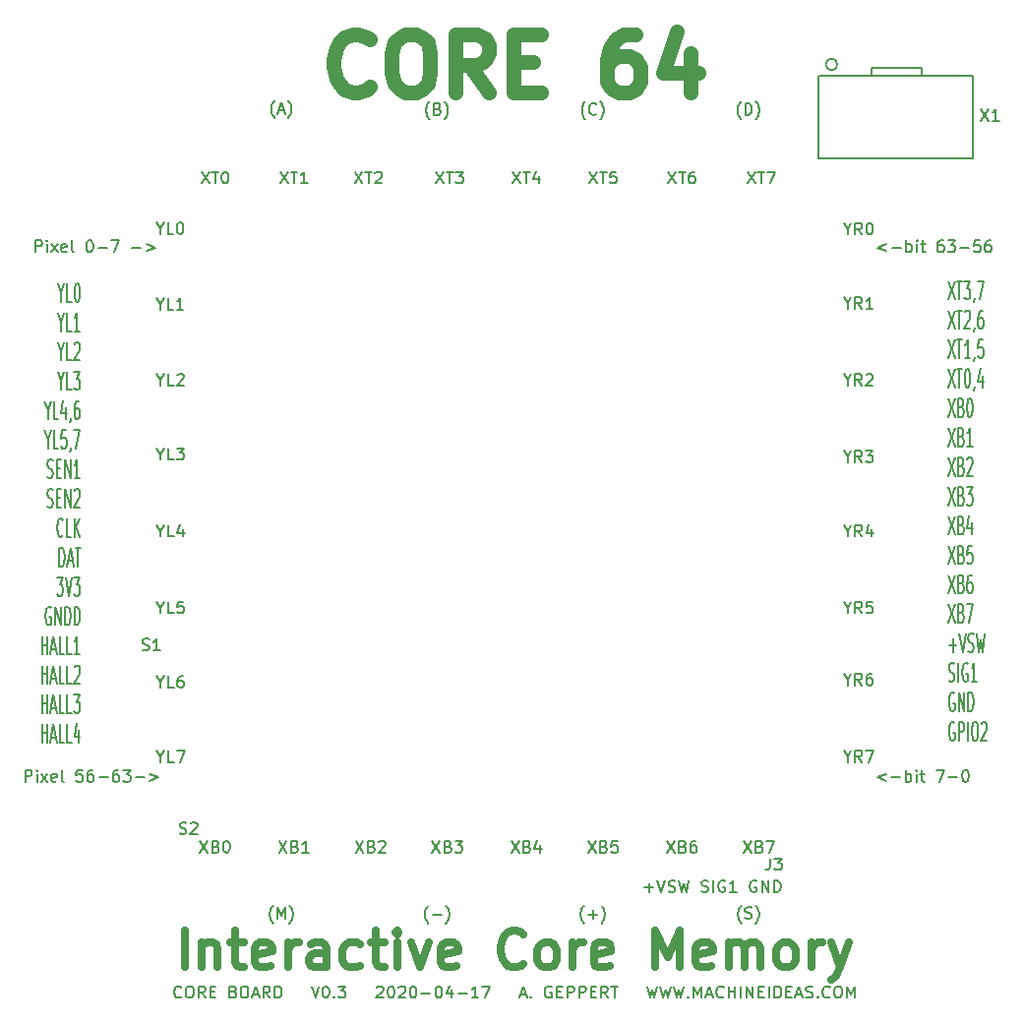
<source format=gbr>
G04 #@! TF.GenerationSoftware,KiCad,Pcbnew,(5.1.2-1)-1*
G04 #@! TF.CreationDate,2020-04-17T06:43:39-05:00*
G04 #@! TF.ProjectId,Interactive Core Memory Badge (Cores) v0.3,496e7465-7261-4637-9469-766520436f72,0.3*
G04 #@! TF.SameCoordinates,Original*
G04 #@! TF.FileFunction,Legend,Top*
G04 #@! TF.FilePolarity,Positive*
%FSLAX46Y46*%
G04 Gerber Fmt 4.6, Leading zero omitted, Abs format (unit mm)*
G04 Created by KiCad (PCBNEW (5.1.2-1)-1) date 2020-04-17 06:43:39*
%MOMM*%
%LPD*%
G04 APERTURE LIST*
%ADD10C,0.150000*%
%ADD11C,0.160000*%
%ADD12C,1.250000*%
%ADD13C,0.635000*%
G04 APERTURE END LIST*
D10*
X19472142Y33816666D02*
X19424523Y33864285D01*
X19329285Y34007142D01*
X19281666Y34102380D01*
X19234047Y34245238D01*
X19186428Y34483333D01*
X19186428Y34673809D01*
X19234047Y34911904D01*
X19281666Y35054761D01*
X19329285Y35150000D01*
X19424523Y35292857D01*
X19472142Y35340476D01*
X19853095Y34197619D02*
X19853095Y35197619D01*
X20091190Y35197619D01*
X20234047Y35150000D01*
X20329285Y35054761D01*
X20376904Y34959523D01*
X20424523Y34769047D01*
X20424523Y34626190D01*
X20376904Y34435714D01*
X20329285Y34340476D01*
X20234047Y34245238D01*
X20091190Y34197619D01*
X19853095Y34197619D01*
X20757857Y33816666D02*
X20805476Y33864285D01*
X20900714Y34007142D01*
X20948333Y34102380D01*
X20995952Y34245238D01*
X21043571Y34483333D01*
X21043571Y34673809D01*
X20995952Y34911904D01*
X20948333Y35054761D01*
X20900714Y35150000D01*
X20805476Y35292857D01*
X20757857Y35340476D01*
X6072142Y33816666D02*
X6024523Y33864285D01*
X5929285Y34007142D01*
X5881666Y34102380D01*
X5834047Y34245238D01*
X5786428Y34483333D01*
X5786428Y34673809D01*
X5834047Y34911904D01*
X5881666Y35054761D01*
X5929285Y35150000D01*
X6024523Y35292857D01*
X6072142Y35340476D01*
X7024523Y34292857D02*
X6976904Y34245238D01*
X6834047Y34197619D01*
X6738809Y34197619D01*
X6595952Y34245238D01*
X6500714Y34340476D01*
X6453095Y34435714D01*
X6405476Y34626190D01*
X6405476Y34769047D01*
X6453095Y34959523D01*
X6500714Y35054761D01*
X6595952Y35150000D01*
X6738809Y35197619D01*
X6834047Y35197619D01*
X6976904Y35150000D01*
X7024523Y35102380D01*
X7357857Y33816666D02*
X7405476Y33864285D01*
X7500714Y34007142D01*
X7548333Y34102380D01*
X7595952Y34245238D01*
X7643571Y34483333D01*
X7643571Y34673809D01*
X7595952Y34911904D01*
X7548333Y35054761D01*
X7500714Y35150000D01*
X7405476Y35292857D01*
X7357857Y35340476D01*
X-7327857Y33816666D02*
X-7375476Y33864285D01*
X-7470714Y34007142D01*
X-7518333Y34102380D01*
X-7565952Y34245238D01*
X-7613571Y34483333D01*
X-7613571Y34673809D01*
X-7565952Y34911904D01*
X-7518333Y35054761D01*
X-7470714Y35150000D01*
X-7375476Y35292857D01*
X-7327857Y35340476D01*
X-6613571Y34721428D02*
X-6470714Y34673809D01*
X-6423095Y34626190D01*
X-6375476Y34530952D01*
X-6375476Y34388095D01*
X-6423095Y34292857D01*
X-6470714Y34245238D01*
X-6565952Y34197619D01*
X-6946904Y34197619D01*
X-6946904Y35197619D01*
X-6613571Y35197619D01*
X-6518333Y35150000D01*
X-6470714Y35102380D01*
X-6423095Y35007142D01*
X-6423095Y34911904D01*
X-6470714Y34816666D01*
X-6518333Y34769047D01*
X-6613571Y34721428D01*
X-6946904Y34721428D01*
X-6042142Y33816666D02*
X-5994523Y33864285D01*
X-5899285Y34007142D01*
X-5851666Y34102380D01*
X-5804047Y34245238D01*
X-5756428Y34483333D01*
X-5756428Y34673809D01*
X-5804047Y34911904D01*
X-5851666Y35054761D01*
X-5899285Y35150000D01*
X-5994523Y35292857D01*
X-6042142Y35340476D01*
X-20656428Y33916666D02*
X-20704047Y33964285D01*
X-20799285Y34107142D01*
X-20846904Y34202380D01*
X-20894523Y34345238D01*
X-20942142Y34583333D01*
X-20942142Y34773809D01*
X-20894523Y35011904D01*
X-20846904Y35154761D01*
X-20799285Y35250000D01*
X-20704047Y35392857D01*
X-20656428Y35440476D01*
X-20323095Y34583333D02*
X-19846904Y34583333D01*
X-20418333Y34297619D02*
X-20085000Y35297619D01*
X-19751666Y34297619D01*
X-19513571Y33916666D02*
X-19465952Y33964285D01*
X-19370714Y34107142D01*
X-19323095Y34202380D01*
X-19275476Y34345238D01*
X-19227857Y34583333D01*
X-19227857Y34773809D01*
X-19275476Y35011904D01*
X-19323095Y35154761D01*
X-19370714Y35250000D01*
X-19465952Y35392857D01*
X-19513571Y35440476D01*
X19495952Y-35383333D02*
X19448333Y-35335714D01*
X19353095Y-35192857D01*
X19305476Y-35097619D01*
X19257857Y-34954761D01*
X19210238Y-34716666D01*
X19210238Y-34526190D01*
X19257857Y-34288095D01*
X19305476Y-34145238D01*
X19353095Y-34050000D01*
X19448333Y-33907142D01*
X19495952Y-33859523D01*
X19829285Y-34954761D02*
X19972142Y-35002380D01*
X20210238Y-35002380D01*
X20305476Y-34954761D01*
X20353095Y-34907142D01*
X20400714Y-34811904D01*
X20400714Y-34716666D01*
X20353095Y-34621428D01*
X20305476Y-34573809D01*
X20210238Y-34526190D01*
X20019761Y-34478571D01*
X19924523Y-34430952D01*
X19876904Y-34383333D01*
X19829285Y-34288095D01*
X19829285Y-34192857D01*
X19876904Y-34097619D01*
X19924523Y-34050000D01*
X20019761Y-34002380D01*
X20257857Y-34002380D01*
X20400714Y-34050000D01*
X20734047Y-35383333D02*
X20781666Y-35335714D01*
X20876904Y-35192857D01*
X20924523Y-35097619D01*
X20972142Y-34954761D01*
X21019761Y-34716666D01*
X21019761Y-34526190D01*
X20972142Y-34288095D01*
X20924523Y-34145238D01*
X20876904Y-34050000D01*
X20781666Y-33907142D01*
X20734047Y-33859523D01*
X5953095Y-35383333D02*
X5905476Y-35335714D01*
X5810238Y-35192857D01*
X5762619Y-35097619D01*
X5715000Y-34954761D01*
X5667380Y-34716666D01*
X5667380Y-34526190D01*
X5715000Y-34288095D01*
X5762619Y-34145238D01*
X5810238Y-34050000D01*
X5905476Y-33907142D01*
X5953095Y-33859523D01*
X6334047Y-34621428D02*
X7095952Y-34621428D01*
X6715000Y-35002380D02*
X6715000Y-34240476D01*
X7476904Y-35383333D02*
X7524523Y-35335714D01*
X7619761Y-35192857D01*
X7667380Y-35097619D01*
X7715000Y-34954761D01*
X7762619Y-34716666D01*
X7762619Y-34526190D01*
X7715000Y-34288095D01*
X7667380Y-34145238D01*
X7619761Y-34050000D01*
X7524523Y-33907142D01*
X7476904Y-33859523D01*
X-7446904Y-35383333D02*
X-7494523Y-35335714D01*
X-7589761Y-35192857D01*
X-7637380Y-35097619D01*
X-7685000Y-34954761D01*
X-7732619Y-34716666D01*
X-7732619Y-34526190D01*
X-7685000Y-34288095D01*
X-7637380Y-34145238D01*
X-7589761Y-34050000D01*
X-7494523Y-33907142D01*
X-7446904Y-33859523D01*
X-7065952Y-34621428D02*
X-6304047Y-34621428D01*
X-5923095Y-35383333D02*
X-5875476Y-35335714D01*
X-5780238Y-35192857D01*
X-5732619Y-35097619D01*
X-5685000Y-34954761D01*
X-5637380Y-34716666D01*
X-5637380Y-34526190D01*
X-5685000Y-34288095D01*
X-5732619Y-34145238D01*
X-5780238Y-34050000D01*
X-5875476Y-33907142D01*
X-5923095Y-33859523D01*
D11*
X31995952Y23064285D02*
X31234047Y22778571D01*
X31995952Y22492857D01*
X32472142Y22778571D02*
X33234047Y22778571D01*
X33710238Y22397619D02*
X33710238Y23397619D01*
X33710238Y23016666D02*
X33805476Y23064285D01*
X33995952Y23064285D01*
X34091190Y23016666D01*
X34138809Y22969047D01*
X34186428Y22873809D01*
X34186428Y22588095D01*
X34138809Y22492857D01*
X34091190Y22445238D01*
X33995952Y22397619D01*
X33805476Y22397619D01*
X33710238Y22445238D01*
X34615000Y22397619D02*
X34615000Y23064285D01*
X34615000Y23397619D02*
X34567380Y23350000D01*
X34615000Y23302380D01*
X34662619Y23350000D01*
X34615000Y23397619D01*
X34615000Y23302380D01*
X34948333Y23064285D02*
X35329285Y23064285D01*
X35091190Y23397619D02*
X35091190Y22540476D01*
X35138809Y22445238D01*
X35234047Y22397619D01*
X35329285Y22397619D01*
X36853095Y23397619D02*
X36662619Y23397619D01*
X36567380Y23350000D01*
X36519761Y23302380D01*
X36424523Y23159523D01*
X36376904Y22969047D01*
X36376904Y22588095D01*
X36424523Y22492857D01*
X36472142Y22445238D01*
X36567380Y22397619D01*
X36757857Y22397619D01*
X36853095Y22445238D01*
X36900714Y22492857D01*
X36948333Y22588095D01*
X36948333Y22826190D01*
X36900714Y22921428D01*
X36853095Y22969047D01*
X36757857Y23016666D01*
X36567380Y23016666D01*
X36472142Y22969047D01*
X36424523Y22921428D01*
X36376904Y22826190D01*
X37281666Y23397619D02*
X37900714Y23397619D01*
X37567380Y23016666D01*
X37710238Y23016666D01*
X37805476Y22969047D01*
X37853095Y22921428D01*
X37900714Y22826190D01*
X37900714Y22588095D01*
X37853095Y22492857D01*
X37805476Y22445238D01*
X37710238Y22397619D01*
X37424523Y22397619D01*
X37329285Y22445238D01*
X37281666Y22492857D01*
X38329285Y22778571D02*
X39091190Y22778571D01*
X40043571Y23397619D02*
X39567380Y23397619D01*
X39519761Y22921428D01*
X39567380Y22969047D01*
X39662619Y23016666D01*
X39900714Y23016666D01*
X39995952Y22969047D01*
X40043571Y22921428D01*
X40091190Y22826190D01*
X40091190Y22588095D01*
X40043571Y22492857D01*
X39995952Y22445238D01*
X39900714Y22397619D01*
X39662619Y22397619D01*
X39567380Y22445238D01*
X39519761Y22492857D01*
X40948333Y23397619D02*
X40757857Y23397619D01*
X40662619Y23350000D01*
X40615000Y23302380D01*
X40519761Y23159523D01*
X40472142Y22969047D01*
X40472142Y22588095D01*
X40519761Y22492857D01*
X40567380Y22445238D01*
X40662619Y22397619D01*
X40853095Y22397619D01*
X40948333Y22445238D01*
X40995952Y22492857D01*
X41043571Y22588095D01*
X41043571Y22826190D01*
X40995952Y22921428D01*
X40948333Y22969047D01*
X40853095Y23016666D01*
X40662619Y23016666D01*
X40567380Y22969047D01*
X40519761Y22921428D01*
X40472142Y22826190D01*
X31948333Y-22535714D02*
X31186428Y-22821428D01*
X31948333Y-23107142D01*
X32424523Y-22821428D02*
X33186428Y-22821428D01*
X33662619Y-23202380D02*
X33662619Y-22202380D01*
X33662619Y-22583333D02*
X33757857Y-22535714D01*
X33948333Y-22535714D01*
X34043571Y-22583333D01*
X34091190Y-22630952D01*
X34138809Y-22726190D01*
X34138809Y-23011904D01*
X34091190Y-23107142D01*
X34043571Y-23154761D01*
X33948333Y-23202380D01*
X33757857Y-23202380D01*
X33662619Y-23154761D01*
X34567380Y-23202380D02*
X34567380Y-22535714D01*
X34567380Y-22202380D02*
X34519761Y-22250000D01*
X34567380Y-22297619D01*
X34615000Y-22250000D01*
X34567380Y-22202380D01*
X34567380Y-22297619D01*
X34900714Y-22535714D02*
X35281666Y-22535714D01*
X35043571Y-22202380D02*
X35043571Y-23059523D01*
X35091190Y-23154761D01*
X35186428Y-23202380D01*
X35281666Y-23202380D01*
X36281666Y-22202380D02*
X36948333Y-22202380D01*
X36519761Y-23202380D01*
X37329285Y-22821428D02*
X38091190Y-22821428D01*
X38757857Y-22202380D02*
X38853095Y-22202380D01*
X38948333Y-22250000D01*
X38995952Y-22297619D01*
X39043571Y-22392857D01*
X39091190Y-22583333D01*
X39091190Y-22821428D01*
X39043571Y-23011904D01*
X38995952Y-23107142D01*
X38948333Y-23154761D01*
X38853095Y-23202380D01*
X38757857Y-23202380D01*
X38662619Y-23154761D01*
X38615000Y-23107142D01*
X38567380Y-23011904D01*
X38519761Y-22821428D01*
X38519761Y-22583333D01*
X38567380Y-22392857D01*
X38615000Y-22297619D01*
X38662619Y-22250000D01*
X38757857Y-22202380D01*
X-42123095Y-23202380D02*
X-42123095Y-22202380D01*
X-41742142Y-22202380D01*
X-41646904Y-22250000D01*
X-41599285Y-22297619D01*
X-41551666Y-22392857D01*
X-41551666Y-22535714D01*
X-41599285Y-22630952D01*
X-41646904Y-22678571D01*
X-41742142Y-22726190D01*
X-42123095Y-22726190D01*
X-41123095Y-23202380D02*
X-41123095Y-22535714D01*
X-41123095Y-22202380D02*
X-41170714Y-22250000D01*
X-41123095Y-22297619D01*
X-41075476Y-22250000D01*
X-41123095Y-22202380D01*
X-41123095Y-22297619D01*
X-40742142Y-23202380D02*
X-40218333Y-22535714D01*
X-40742142Y-22535714D02*
X-40218333Y-23202380D01*
X-39456428Y-23154761D02*
X-39551666Y-23202380D01*
X-39742142Y-23202380D01*
X-39837380Y-23154761D01*
X-39885000Y-23059523D01*
X-39885000Y-22678571D01*
X-39837380Y-22583333D01*
X-39742142Y-22535714D01*
X-39551666Y-22535714D01*
X-39456428Y-22583333D01*
X-39408809Y-22678571D01*
X-39408809Y-22773809D01*
X-39885000Y-22869047D01*
X-38837380Y-23202380D02*
X-38932619Y-23154761D01*
X-38980238Y-23059523D01*
X-38980238Y-22202380D01*
X-37218333Y-22202380D02*
X-37694523Y-22202380D01*
X-37742142Y-22678571D01*
X-37694523Y-22630952D01*
X-37599285Y-22583333D01*
X-37361190Y-22583333D01*
X-37265952Y-22630952D01*
X-37218333Y-22678571D01*
X-37170714Y-22773809D01*
X-37170714Y-23011904D01*
X-37218333Y-23107142D01*
X-37265952Y-23154761D01*
X-37361190Y-23202380D01*
X-37599285Y-23202380D01*
X-37694523Y-23154761D01*
X-37742142Y-23107142D01*
X-36313571Y-22202380D02*
X-36504047Y-22202380D01*
X-36599285Y-22250000D01*
X-36646904Y-22297619D01*
X-36742142Y-22440476D01*
X-36789761Y-22630952D01*
X-36789761Y-23011904D01*
X-36742142Y-23107142D01*
X-36694523Y-23154761D01*
X-36599285Y-23202380D01*
X-36408809Y-23202380D01*
X-36313571Y-23154761D01*
X-36265952Y-23107142D01*
X-36218333Y-23011904D01*
X-36218333Y-22773809D01*
X-36265952Y-22678571D01*
X-36313571Y-22630952D01*
X-36408809Y-22583333D01*
X-36599285Y-22583333D01*
X-36694523Y-22630952D01*
X-36742142Y-22678571D01*
X-36789761Y-22773809D01*
X-35789761Y-22821428D02*
X-35027857Y-22821428D01*
X-34123095Y-22202380D02*
X-34313571Y-22202380D01*
X-34408809Y-22250000D01*
X-34456428Y-22297619D01*
X-34551666Y-22440476D01*
X-34599285Y-22630952D01*
X-34599285Y-23011904D01*
X-34551666Y-23107142D01*
X-34504047Y-23154761D01*
X-34408809Y-23202380D01*
X-34218333Y-23202380D01*
X-34123095Y-23154761D01*
X-34075476Y-23107142D01*
X-34027857Y-23011904D01*
X-34027857Y-22773809D01*
X-34075476Y-22678571D01*
X-34123095Y-22630952D01*
X-34218333Y-22583333D01*
X-34408809Y-22583333D01*
X-34504047Y-22630952D01*
X-34551666Y-22678571D01*
X-34599285Y-22773809D01*
X-33694523Y-22202380D02*
X-33075476Y-22202380D01*
X-33408809Y-22583333D01*
X-33265952Y-22583333D01*
X-33170714Y-22630952D01*
X-33123095Y-22678571D01*
X-33075476Y-22773809D01*
X-33075476Y-23011904D01*
X-33123095Y-23107142D01*
X-33170714Y-23154761D01*
X-33265952Y-23202380D01*
X-33551666Y-23202380D01*
X-33646904Y-23154761D01*
X-33694523Y-23107142D01*
X-32646904Y-22821428D02*
X-31885000Y-22821428D01*
X-31408809Y-22535714D02*
X-30646904Y-22821428D01*
X-31408809Y-23107142D01*
X-41251666Y22397619D02*
X-41251666Y23397619D01*
X-40870714Y23397619D01*
X-40775476Y23350000D01*
X-40727857Y23302380D01*
X-40680238Y23207142D01*
X-40680238Y23064285D01*
X-40727857Y22969047D01*
X-40775476Y22921428D01*
X-40870714Y22873809D01*
X-41251666Y22873809D01*
X-40251666Y22397619D02*
X-40251666Y23064285D01*
X-40251666Y23397619D02*
X-40299285Y23350000D01*
X-40251666Y23302380D01*
X-40204047Y23350000D01*
X-40251666Y23397619D01*
X-40251666Y23302380D01*
X-39870714Y22397619D02*
X-39346904Y23064285D01*
X-39870714Y23064285D02*
X-39346904Y22397619D01*
X-38585000Y22445238D02*
X-38680238Y22397619D01*
X-38870714Y22397619D01*
X-38965952Y22445238D01*
X-39013571Y22540476D01*
X-39013571Y22921428D01*
X-38965952Y23016666D01*
X-38870714Y23064285D01*
X-38680238Y23064285D01*
X-38585000Y23016666D01*
X-38537380Y22921428D01*
X-38537380Y22826190D01*
X-39013571Y22730952D01*
X-37965952Y22397619D02*
X-38061190Y22445238D01*
X-38108809Y22540476D01*
X-38108809Y23397619D01*
X-36632619Y23397619D02*
X-36537380Y23397619D01*
X-36442142Y23350000D01*
X-36394523Y23302380D01*
X-36346904Y23207142D01*
X-36299285Y23016666D01*
X-36299285Y22778571D01*
X-36346904Y22588095D01*
X-36394523Y22492857D01*
X-36442142Y22445238D01*
X-36537380Y22397619D01*
X-36632619Y22397619D01*
X-36727857Y22445238D01*
X-36775476Y22492857D01*
X-36823095Y22588095D01*
X-36870714Y22778571D01*
X-36870714Y23016666D01*
X-36823095Y23207142D01*
X-36775476Y23302380D01*
X-36727857Y23350000D01*
X-36632619Y23397619D01*
X-35870714Y22778571D02*
X-35108809Y22778571D01*
X-34727857Y23397619D02*
X-34061190Y23397619D01*
X-34489761Y22397619D01*
X-32918333Y22778571D02*
X-32156428Y22778571D01*
X-31680238Y23064285D02*
X-30918333Y22778571D01*
X-31680238Y22492857D01*
X11181666Y-32321428D02*
X11943571Y-32321428D01*
X11562619Y-32702380D02*
X11562619Y-31940476D01*
X12276904Y-31702380D02*
X12610238Y-32702380D01*
X12943571Y-31702380D01*
X13229285Y-32654761D02*
X13372142Y-32702380D01*
X13610238Y-32702380D01*
X13705476Y-32654761D01*
X13753095Y-32607142D01*
X13800714Y-32511904D01*
X13800714Y-32416666D01*
X13753095Y-32321428D01*
X13705476Y-32273809D01*
X13610238Y-32226190D01*
X13419761Y-32178571D01*
X13324523Y-32130952D01*
X13276904Y-32083333D01*
X13229285Y-31988095D01*
X13229285Y-31892857D01*
X13276904Y-31797619D01*
X13324523Y-31750000D01*
X13419761Y-31702380D01*
X13657857Y-31702380D01*
X13800714Y-31750000D01*
X14134047Y-31702380D02*
X14372142Y-32702380D01*
X14562619Y-31988095D01*
X14753095Y-32702380D01*
X14991190Y-31702380D01*
X16086428Y-32654761D02*
X16229285Y-32702380D01*
X16467380Y-32702380D01*
X16562619Y-32654761D01*
X16610238Y-32607142D01*
X16657857Y-32511904D01*
X16657857Y-32416666D01*
X16610238Y-32321428D01*
X16562619Y-32273809D01*
X16467380Y-32226190D01*
X16276904Y-32178571D01*
X16181666Y-32130952D01*
X16134047Y-32083333D01*
X16086428Y-31988095D01*
X16086428Y-31892857D01*
X16134047Y-31797619D01*
X16181666Y-31750000D01*
X16276904Y-31702380D01*
X16515000Y-31702380D01*
X16657857Y-31750000D01*
X17086428Y-32702380D02*
X17086428Y-31702380D01*
X18086428Y-31750000D02*
X17991190Y-31702380D01*
X17848333Y-31702380D01*
X17705476Y-31750000D01*
X17610238Y-31845238D01*
X17562619Y-31940476D01*
X17515000Y-32130952D01*
X17515000Y-32273809D01*
X17562619Y-32464285D01*
X17610238Y-32559523D01*
X17705476Y-32654761D01*
X17848333Y-32702380D01*
X17943571Y-32702380D01*
X18086428Y-32654761D01*
X18134047Y-32607142D01*
X18134047Y-32273809D01*
X17943571Y-32273809D01*
X19086428Y-32702380D02*
X18515000Y-32702380D01*
X18800714Y-32702380D02*
X18800714Y-31702380D01*
X18705476Y-31845238D01*
X18610238Y-31940476D01*
X18515000Y-31988095D01*
X20800714Y-31750000D02*
X20705476Y-31702380D01*
X20562619Y-31702380D01*
X20419761Y-31750000D01*
X20324523Y-31845238D01*
X20276904Y-31940476D01*
X20229285Y-32130952D01*
X20229285Y-32273809D01*
X20276904Y-32464285D01*
X20324523Y-32559523D01*
X20419761Y-32654761D01*
X20562619Y-32702380D01*
X20657857Y-32702380D01*
X20800714Y-32654761D01*
X20848333Y-32607142D01*
X20848333Y-32273809D01*
X20657857Y-32273809D01*
X21276904Y-32702380D02*
X21276904Y-31702380D01*
X21848333Y-32702380D01*
X21848333Y-31702380D01*
X22324523Y-32702380D02*
X22324523Y-31702380D01*
X22562619Y-31702380D01*
X22705476Y-31750000D01*
X22800714Y-31845238D01*
X22848333Y-31940476D01*
X22895952Y-32130952D01*
X22895952Y-32273809D01*
X22848333Y-32464285D01*
X22800714Y-32559523D01*
X22705476Y-32654761D01*
X22562619Y-32702380D01*
X22324523Y-32702380D01*
X37333285Y19890238D02*
X37866619Y18310238D01*
X37866619Y19890238D02*
X37333285Y18310238D01*
X38057095Y19890238D02*
X38514238Y19890238D01*
X38285666Y18310238D02*
X38285666Y19890238D01*
X38704714Y19890238D02*
X39199952Y19890238D01*
X38933285Y19288333D01*
X39047571Y19288333D01*
X39123761Y19213095D01*
X39161857Y19137857D01*
X39199952Y18987380D01*
X39199952Y18611190D01*
X39161857Y18460714D01*
X39123761Y18385476D01*
X39047571Y18310238D01*
X38819000Y18310238D01*
X38742809Y18385476D01*
X38704714Y18460714D01*
X39580904Y18385476D02*
X39580904Y18310238D01*
X39542809Y18159761D01*
X39504714Y18084523D01*
X39847571Y19890238D02*
X40380904Y19890238D01*
X40038047Y18310238D01*
X37333285Y17360238D02*
X37866619Y15780238D01*
X37866619Y17360238D02*
X37333285Y15780238D01*
X38057095Y17360238D02*
X38514238Y17360238D01*
X38285666Y15780238D02*
X38285666Y17360238D01*
X38742809Y17209761D02*
X38780904Y17285000D01*
X38857095Y17360238D01*
X39047571Y17360238D01*
X39123761Y17285000D01*
X39161857Y17209761D01*
X39199952Y17059285D01*
X39199952Y16908809D01*
X39161857Y16683095D01*
X38704714Y15780238D01*
X39199952Y15780238D01*
X39580904Y15855476D02*
X39580904Y15780238D01*
X39542809Y15629761D01*
X39504714Y15554523D01*
X40266619Y17360238D02*
X40114238Y17360238D01*
X40038047Y17285000D01*
X39999952Y17209761D01*
X39923761Y16984047D01*
X39885666Y16683095D01*
X39885666Y16081190D01*
X39923761Y15930714D01*
X39961857Y15855476D01*
X40038047Y15780238D01*
X40190428Y15780238D01*
X40266619Y15855476D01*
X40304714Y15930714D01*
X40342809Y16081190D01*
X40342809Y16457380D01*
X40304714Y16607857D01*
X40266619Y16683095D01*
X40190428Y16758333D01*
X40038047Y16758333D01*
X39961857Y16683095D01*
X39923761Y16607857D01*
X39885666Y16457380D01*
X37333285Y14830238D02*
X37866619Y13250238D01*
X37866619Y14830238D02*
X37333285Y13250238D01*
X38057095Y14830238D02*
X38514238Y14830238D01*
X38285666Y13250238D02*
X38285666Y14830238D01*
X39199952Y13250238D02*
X38742809Y13250238D01*
X38971380Y13250238D02*
X38971380Y14830238D01*
X38895190Y14604523D01*
X38819000Y14454047D01*
X38742809Y14378809D01*
X39580904Y13325476D02*
X39580904Y13250238D01*
X39542809Y13099761D01*
X39504714Y13024523D01*
X40304714Y14830238D02*
X39923761Y14830238D01*
X39885666Y14077857D01*
X39923761Y14153095D01*
X39999952Y14228333D01*
X40190428Y14228333D01*
X40266619Y14153095D01*
X40304714Y14077857D01*
X40342809Y13927380D01*
X40342809Y13551190D01*
X40304714Y13400714D01*
X40266619Y13325476D01*
X40190428Y13250238D01*
X39999952Y13250238D01*
X39923761Y13325476D01*
X39885666Y13400714D01*
X37333285Y12300238D02*
X37866619Y10720238D01*
X37866619Y12300238D02*
X37333285Y10720238D01*
X38057095Y12300238D02*
X38514238Y12300238D01*
X38285666Y10720238D02*
X38285666Y12300238D01*
X38933285Y12300238D02*
X39009476Y12300238D01*
X39085666Y12225000D01*
X39123761Y12149761D01*
X39161857Y11999285D01*
X39199952Y11698333D01*
X39199952Y11322142D01*
X39161857Y11021190D01*
X39123761Y10870714D01*
X39085666Y10795476D01*
X39009476Y10720238D01*
X38933285Y10720238D01*
X38857095Y10795476D01*
X38819000Y10870714D01*
X38780904Y11021190D01*
X38742809Y11322142D01*
X38742809Y11698333D01*
X38780904Y11999285D01*
X38819000Y12149761D01*
X38857095Y12225000D01*
X38933285Y12300238D01*
X39580904Y10795476D02*
X39580904Y10720238D01*
X39542809Y10569761D01*
X39504714Y10494523D01*
X40266619Y11773571D02*
X40266619Y10720238D01*
X40076142Y12375476D02*
X39885666Y11246904D01*
X40380904Y11246904D01*
X37333285Y9770238D02*
X37866619Y8190238D01*
X37866619Y9770238D02*
X37333285Y8190238D01*
X38438047Y9017857D02*
X38552333Y8942619D01*
X38590428Y8867380D01*
X38628523Y8716904D01*
X38628523Y8491190D01*
X38590428Y8340714D01*
X38552333Y8265476D01*
X38476142Y8190238D01*
X38171380Y8190238D01*
X38171380Y9770238D01*
X38438047Y9770238D01*
X38514238Y9695000D01*
X38552333Y9619761D01*
X38590428Y9469285D01*
X38590428Y9318809D01*
X38552333Y9168333D01*
X38514238Y9093095D01*
X38438047Y9017857D01*
X38171380Y9017857D01*
X39123761Y9770238D02*
X39199952Y9770238D01*
X39276142Y9695000D01*
X39314238Y9619761D01*
X39352333Y9469285D01*
X39390428Y9168333D01*
X39390428Y8792142D01*
X39352333Y8491190D01*
X39314238Y8340714D01*
X39276142Y8265476D01*
X39199952Y8190238D01*
X39123761Y8190238D01*
X39047571Y8265476D01*
X39009476Y8340714D01*
X38971380Y8491190D01*
X38933285Y8792142D01*
X38933285Y9168333D01*
X38971380Y9469285D01*
X39009476Y9619761D01*
X39047571Y9695000D01*
X39123761Y9770238D01*
X37333285Y7240238D02*
X37866619Y5660238D01*
X37866619Y7240238D02*
X37333285Y5660238D01*
X38438047Y6487857D02*
X38552333Y6412619D01*
X38590428Y6337380D01*
X38628523Y6186904D01*
X38628523Y5961190D01*
X38590428Y5810714D01*
X38552333Y5735476D01*
X38476142Y5660238D01*
X38171380Y5660238D01*
X38171380Y7240238D01*
X38438047Y7240238D01*
X38514238Y7165000D01*
X38552333Y7089761D01*
X38590428Y6939285D01*
X38590428Y6788809D01*
X38552333Y6638333D01*
X38514238Y6563095D01*
X38438047Y6487857D01*
X38171380Y6487857D01*
X39390428Y5660238D02*
X38933285Y5660238D01*
X39161857Y5660238D02*
X39161857Y7240238D01*
X39085666Y7014523D01*
X39009476Y6864047D01*
X38933285Y6788809D01*
X37333285Y4710238D02*
X37866619Y3130238D01*
X37866619Y4710238D02*
X37333285Y3130238D01*
X38438047Y3957857D02*
X38552333Y3882619D01*
X38590428Y3807380D01*
X38628523Y3656904D01*
X38628523Y3431190D01*
X38590428Y3280714D01*
X38552333Y3205476D01*
X38476142Y3130238D01*
X38171380Y3130238D01*
X38171380Y4710238D01*
X38438047Y4710238D01*
X38514238Y4635000D01*
X38552333Y4559761D01*
X38590428Y4409285D01*
X38590428Y4258809D01*
X38552333Y4108333D01*
X38514238Y4033095D01*
X38438047Y3957857D01*
X38171380Y3957857D01*
X38933285Y4559761D02*
X38971380Y4635000D01*
X39047571Y4710238D01*
X39238047Y4710238D01*
X39314238Y4635000D01*
X39352333Y4559761D01*
X39390428Y4409285D01*
X39390428Y4258809D01*
X39352333Y4033095D01*
X38895190Y3130238D01*
X39390428Y3130238D01*
X37333285Y2180238D02*
X37866619Y600238D01*
X37866619Y2180238D02*
X37333285Y600238D01*
X38438047Y1427857D02*
X38552333Y1352619D01*
X38590428Y1277380D01*
X38628523Y1126904D01*
X38628523Y901190D01*
X38590428Y750714D01*
X38552333Y675476D01*
X38476142Y600238D01*
X38171380Y600238D01*
X38171380Y2180238D01*
X38438047Y2180238D01*
X38514238Y2105000D01*
X38552333Y2029761D01*
X38590428Y1879285D01*
X38590428Y1728809D01*
X38552333Y1578333D01*
X38514238Y1503095D01*
X38438047Y1427857D01*
X38171380Y1427857D01*
X38895190Y2180238D02*
X39390428Y2180238D01*
X39123761Y1578333D01*
X39238047Y1578333D01*
X39314238Y1503095D01*
X39352333Y1427857D01*
X39390428Y1277380D01*
X39390428Y901190D01*
X39352333Y750714D01*
X39314238Y675476D01*
X39238047Y600238D01*
X39009476Y600238D01*
X38933285Y675476D01*
X38895190Y750714D01*
X37333285Y-349761D02*
X37866619Y-1929761D01*
X37866619Y-349761D02*
X37333285Y-1929761D01*
X38438047Y-1102142D02*
X38552333Y-1177380D01*
X38590428Y-1252619D01*
X38628523Y-1403095D01*
X38628523Y-1628809D01*
X38590428Y-1779285D01*
X38552333Y-1854523D01*
X38476142Y-1929761D01*
X38171380Y-1929761D01*
X38171380Y-349761D01*
X38438047Y-349761D01*
X38514238Y-425000D01*
X38552333Y-500238D01*
X38590428Y-650714D01*
X38590428Y-801190D01*
X38552333Y-951666D01*
X38514238Y-1026904D01*
X38438047Y-1102142D01*
X38171380Y-1102142D01*
X39314238Y-876428D02*
X39314238Y-1929761D01*
X39123761Y-274523D02*
X38933285Y-1403095D01*
X39428523Y-1403095D01*
X37333285Y-2879761D02*
X37866619Y-4459761D01*
X37866619Y-2879761D02*
X37333285Y-4459761D01*
X38438047Y-3632142D02*
X38552333Y-3707380D01*
X38590428Y-3782619D01*
X38628523Y-3933095D01*
X38628523Y-4158809D01*
X38590428Y-4309285D01*
X38552333Y-4384523D01*
X38476142Y-4459761D01*
X38171380Y-4459761D01*
X38171380Y-2879761D01*
X38438047Y-2879761D01*
X38514238Y-2955000D01*
X38552333Y-3030238D01*
X38590428Y-3180714D01*
X38590428Y-3331190D01*
X38552333Y-3481666D01*
X38514238Y-3556904D01*
X38438047Y-3632142D01*
X38171380Y-3632142D01*
X39352333Y-2879761D02*
X38971380Y-2879761D01*
X38933285Y-3632142D01*
X38971380Y-3556904D01*
X39047571Y-3481666D01*
X39238047Y-3481666D01*
X39314238Y-3556904D01*
X39352333Y-3632142D01*
X39390428Y-3782619D01*
X39390428Y-4158809D01*
X39352333Y-4309285D01*
X39314238Y-4384523D01*
X39238047Y-4459761D01*
X39047571Y-4459761D01*
X38971380Y-4384523D01*
X38933285Y-4309285D01*
X37333285Y-5409761D02*
X37866619Y-6989761D01*
X37866619Y-5409761D02*
X37333285Y-6989761D01*
X38438047Y-6162142D02*
X38552333Y-6237380D01*
X38590428Y-6312619D01*
X38628523Y-6463095D01*
X38628523Y-6688809D01*
X38590428Y-6839285D01*
X38552333Y-6914523D01*
X38476142Y-6989761D01*
X38171380Y-6989761D01*
X38171380Y-5409761D01*
X38438047Y-5409761D01*
X38514238Y-5485000D01*
X38552333Y-5560238D01*
X38590428Y-5710714D01*
X38590428Y-5861190D01*
X38552333Y-6011666D01*
X38514238Y-6086904D01*
X38438047Y-6162142D01*
X38171380Y-6162142D01*
X39314238Y-5409761D02*
X39161857Y-5409761D01*
X39085666Y-5485000D01*
X39047571Y-5560238D01*
X38971380Y-5785952D01*
X38933285Y-6086904D01*
X38933285Y-6688809D01*
X38971380Y-6839285D01*
X39009476Y-6914523D01*
X39085666Y-6989761D01*
X39238047Y-6989761D01*
X39314238Y-6914523D01*
X39352333Y-6839285D01*
X39390428Y-6688809D01*
X39390428Y-6312619D01*
X39352333Y-6162142D01*
X39314238Y-6086904D01*
X39238047Y-6011666D01*
X39085666Y-6011666D01*
X39009476Y-6086904D01*
X38971380Y-6162142D01*
X38933285Y-6312619D01*
X37333285Y-7939761D02*
X37866619Y-9519761D01*
X37866619Y-7939761D02*
X37333285Y-9519761D01*
X38438047Y-8692142D02*
X38552333Y-8767380D01*
X38590428Y-8842619D01*
X38628523Y-8993095D01*
X38628523Y-9218809D01*
X38590428Y-9369285D01*
X38552333Y-9444523D01*
X38476142Y-9519761D01*
X38171380Y-9519761D01*
X38171380Y-7939761D01*
X38438047Y-7939761D01*
X38514238Y-8015000D01*
X38552333Y-8090238D01*
X38590428Y-8240714D01*
X38590428Y-8391190D01*
X38552333Y-8541666D01*
X38514238Y-8616904D01*
X38438047Y-8692142D01*
X38171380Y-8692142D01*
X38895190Y-7939761D02*
X39428523Y-7939761D01*
X39085666Y-9519761D01*
X37409476Y-11447857D02*
X38019000Y-11447857D01*
X37714238Y-12049761D02*
X37714238Y-10845952D01*
X38285666Y-10469761D02*
X38552333Y-12049761D01*
X38819000Y-10469761D01*
X39047571Y-11974523D02*
X39161857Y-12049761D01*
X39352333Y-12049761D01*
X39428523Y-11974523D01*
X39466619Y-11899285D01*
X39504714Y-11748809D01*
X39504714Y-11598333D01*
X39466619Y-11447857D01*
X39428523Y-11372619D01*
X39352333Y-11297380D01*
X39199952Y-11222142D01*
X39123761Y-11146904D01*
X39085666Y-11071666D01*
X39047571Y-10921190D01*
X39047571Y-10770714D01*
X39085666Y-10620238D01*
X39123761Y-10545000D01*
X39199952Y-10469761D01*
X39390428Y-10469761D01*
X39504714Y-10545000D01*
X39771380Y-10469761D02*
X39961857Y-12049761D01*
X40114238Y-10921190D01*
X40266619Y-12049761D01*
X40457095Y-10469761D01*
X37371380Y-14504523D02*
X37485666Y-14579761D01*
X37676142Y-14579761D01*
X37752333Y-14504523D01*
X37790428Y-14429285D01*
X37828523Y-14278809D01*
X37828523Y-14128333D01*
X37790428Y-13977857D01*
X37752333Y-13902619D01*
X37676142Y-13827380D01*
X37523761Y-13752142D01*
X37447571Y-13676904D01*
X37409476Y-13601666D01*
X37371380Y-13451190D01*
X37371380Y-13300714D01*
X37409476Y-13150238D01*
X37447571Y-13075000D01*
X37523761Y-12999761D01*
X37714238Y-12999761D01*
X37828523Y-13075000D01*
X38171380Y-14579761D02*
X38171380Y-12999761D01*
X38971380Y-13075000D02*
X38895190Y-12999761D01*
X38780904Y-12999761D01*
X38666619Y-13075000D01*
X38590428Y-13225476D01*
X38552333Y-13375952D01*
X38514238Y-13676904D01*
X38514238Y-13902619D01*
X38552333Y-14203571D01*
X38590428Y-14354047D01*
X38666619Y-14504523D01*
X38780904Y-14579761D01*
X38857095Y-14579761D01*
X38971380Y-14504523D01*
X39009476Y-14429285D01*
X39009476Y-13902619D01*
X38857095Y-13902619D01*
X39771380Y-14579761D02*
X39314238Y-14579761D01*
X39542809Y-14579761D02*
X39542809Y-12999761D01*
X39466619Y-13225476D01*
X39390428Y-13375952D01*
X39314238Y-13451190D01*
X37828523Y-15605000D02*
X37752333Y-15529761D01*
X37638047Y-15529761D01*
X37523761Y-15605000D01*
X37447571Y-15755476D01*
X37409476Y-15905952D01*
X37371380Y-16206904D01*
X37371380Y-16432619D01*
X37409476Y-16733571D01*
X37447571Y-16884047D01*
X37523761Y-17034523D01*
X37638047Y-17109761D01*
X37714238Y-17109761D01*
X37828523Y-17034523D01*
X37866619Y-16959285D01*
X37866619Y-16432619D01*
X37714238Y-16432619D01*
X38209476Y-17109761D02*
X38209476Y-15529761D01*
X38666619Y-17109761D01*
X38666619Y-15529761D01*
X39047571Y-17109761D02*
X39047571Y-15529761D01*
X39238047Y-15529761D01*
X39352333Y-15605000D01*
X39428523Y-15755476D01*
X39466619Y-15905952D01*
X39504714Y-16206904D01*
X39504714Y-16432619D01*
X39466619Y-16733571D01*
X39428523Y-16884047D01*
X39352333Y-17034523D01*
X39238047Y-17109761D01*
X39047571Y-17109761D01*
X37828523Y-18135000D02*
X37752333Y-18059761D01*
X37638047Y-18059761D01*
X37523761Y-18135000D01*
X37447571Y-18285476D01*
X37409476Y-18435952D01*
X37371380Y-18736904D01*
X37371380Y-18962619D01*
X37409476Y-19263571D01*
X37447571Y-19414047D01*
X37523761Y-19564523D01*
X37638047Y-19639761D01*
X37714238Y-19639761D01*
X37828523Y-19564523D01*
X37866619Y-19489285D01*
X37866619Y-18962619D01*
X37714238Y-18962619D01*
X38209476Y-19639761D02*
X38209476Y-18059761D01*
X38514238Y-18059761D01*
X38590428Y-18135000D01*
X38628523Y-18210238D01*
X38666619Y-18360714D01*
X38666619Y-18586428D01*
X38628523Y-18736904D01*
X38590428Y-18812142D01*
X38514238Y-18887380D01*
X38209476Y-18887380D01*
X39009476Y-19639761D02*
X39009476Y-18059761D01*
X39542809Y-18059761D02*
X39695190Y-18059761D01*
X39771380Y-18135000D01*
X39847571Y-18285476D01*
X39885666Y-18586428D01*
X39885666Y-19113095D01*
X39847571Y-19414047D01*
X39771380Y-19564523D01*
X39695190Y-19639761D01*
X39542809Y-19639761D01*
X39466619Y-19564523D01*
X39390428Y-19414047D01*
X39352333Y-19113095D01*
X39352333Y-18586428D01*
X39390428Y-18285476D01*
X39466619Y-18135000D01*
X39542809Y-18059761D01*
X40190428Y-18210238D02*
X40228523Y-18135000D01*
X40304714Y-18059761D01*
X40495190Y-18059761D01*
X40571380Y-18135000D01*
X40609476Y-18210238D01*
X40647571Y-18360714D01*
X40647571Y-18511190D01*
X40609476Y-18736904D01*
X40152333Y-19639761D01*
X40647571Y-19639761D01*
X-39041380Y18862619D02*
X-39041380Y18110238D01*
X-39308047Y19690238D02*
X-39041380Y18862619D01*
X-38774714Y19690238D01*
X-38127095Y18110238D02*
X-38508047Y18110238D01*
X-38508047Y19690238D01*
X-37708047Y19690238D02*
X-37631857Y19690238D01*
X-37555666Y19615000D01*
X-37517571Y19539761D01*
X-37479476Y19389285D01*
X-37441380Y19088333D01*
X-37441380Y18712142D01*
X-37479476Y18411190D01*
X-37517571Y18260714D01*
X-37555666Y18185476D01*
X-37631857Y18110238D01*
X-37708047Y18110238D01*
X-37784238Y18185476D01*
X-37822333Y18260714D01*
X-37860428Y18411190D01*
X-37898523Y18712142D01*
X-37898523Y19088333D01*
X-37860428Y19389285D01*
X-37822333Y19539761D01*
X-37784238Y19615000D01*
X-37708047Y19690238D01*
X-39041380Y16332619D02*
X-39041380Y15580238D01*
X-39308047Y17160238D02*
X-39041380Y16332619D01*
X-38774714Y17160238D01*
X-38127095Y15580238D02*
X-38508047Y15580238D01*
X-38508047Y17160238D01*
X-37441380Y15580238D02*
X-37898523Y15580238D01*
X-37669952Y15580238D02*
X-37669952Y17160238D01*
X-37746142Y16934523D01*
X-37822333Y16784047D01*
X-37898523Y16708809D01*
X-39041380Y13802619D02*
X-39041380Y13050238D01*
X-39308047Y14630238D02*
X-39041380Y13802619D01*
X-38774714Y14630238D01*
X-38127095Y13050238D02*
X-38508047Y13050238D01*
X-38508047Y14630238D01*
X-37898523Y14479761D02*
X-37860428Y14555000D01*
X-37784238Y14630238D01*
X-37593761Y14630238D01*
X-37517571Y14555000D01*
X-37479476Y14479761D01*
X-37441380Y14329285D01*
X-37441380Y14178809D01*
X-37479476Y13953095D01*
X-37936619Y13050238D01*
X-37441380Y13050238D01*
X-39041380Y11272619D02*
X-39041380Y10520238D01*
X-39308047Y12100238D02*
X-39041380Y11272619D01*
X-38774714Y12100238D01*
X-38127095Y10520238D02*
X-38508047Y10520238D01*
X-38508047Y12100238D01*
X-37936619Y12100238D02*
X-37441380Y12100238D01*
X-37708047Y11498333D01*
X-37593761Y11498333D01*
X-37517571Y11423095D01*
X-37479476Y11347857D01*
X-37441380Y11197380D01*
X-37441380Y10821190D01*
X-37479476Y10670714D01*
X-37517571Y10595476D01*
X-37593761Y10520238D01*
X-37822333Y10520238D01*
X-37898523Y10595476D01*
X-37936619Y10670714D01*
X-40184238Y8742619D02*
X-40184238Y7990238D01*
X-40450904Y9570238D02*
X-40184238Y8742619D01*
X-39917571Y9570238D01*
X-39269952Y7990238D02*
X-39650904Y7990238D01*
X-39650904Y9570238D01*
X-38660428Y9043571D02*
X-38660428Y7990238D01*
X-38850904Y9645476D02*
X-39041380Y8516904D01*
X-38546142Y8516904D01*
X-38203285Y8065476D02*
X-38203285Y7990238D01*
X-38241380Y7839761D01*
X-38279476Y7764523D01*
X-37517571Y9570238D02*
X-37669952Y9570238D01*
X-37746142Y9495000D01*
X-37784238Y9419761D01*
X-37860428Y9194047D01*
X-37898523Y8893095D01*
X-37898523Y8291190D01*
X-37860428Y8140714D01*
X-37822333Y8065476D01*
X-37746142Y7990238D01*
X-37593761Y7990238D01*
X-37517571Y8065476D01*
X-37479476Y8140714D01*
X-37441380Y8291190D01*
X-37441380Y8667380D01*
X-37479476Y8817857D01*
X-37517571Y8893095D01*
X-37593761Y8968333D01*
X-37746142Y8968333D01*
X-37822333Y8893095D01*
X-37860428Y8817857D01*
X-37898523Y8667380D01*
X-40184238Y6212619D02*
X-40184238Y5460238D01*
X-40450904Y7040238D02*
X-40184238Y6212619D01*
X-39917571Y7040238D01*
X-39269952Y5460238D02*
X-39650904Y5460238D01*
X-39650904Y7040238D01*
X-38622333Y7040238D02*
X-39003285Y7040238D01*
X-39041380Y6287857D01*
X-39003285Y6363095D01*
X-38927095Y6438333D01*
X-38736619Y6438333D01*
X-38660428Y6363095D01*
X-38622333Y6287857D01*
X-38584238Y6137380D01*
X-38584238Y5761190D01*
X-38622333Y5610714D01*
X-38660428Y5535476D01*
X-38736619Y5460238D01*
X-38927095Y5460238D01*
X-39003285Y5535476D01*
X-39041380Y5610714D01*
X-38203285Y5535476D02*
X-38203285Y5460238D01*
X-38241380Y5309761D01*
X-38279476Y5234523D01*
X-37936619Y7040238D02*
X-37403285Y7040238D01*
X-37746142Y5460238D01*
X-40222333Y3005476D02*
X-40108047Y2930238D01*
X-39917571Y2930238D01*
X-39841380Y3005476D01*
X-39803285Y3080714D01*
X-39765190Y3231190D01*
X-39765190Y3381666D01*
X-39803285Y3532142D01*
X-39841380Y3607380D01*
X-39917571Y3682619D01*
X-40069952Y3757857D01*
X-40146142Y3833095D01*
X-40184238Y3908333D01*
X-40222333Y4058809D01*
X-40222333Y4209285D01*
X-40184238Y4359761D01*
X-40146142Y4435000D01*
X-40069952Y4510238D01*
X-39879476Y4510238D01*
X-39765190Y4435000D01*
X-39422333Y3757857D02*
X-39155666Y3757857D01*
X-39041380Y2930238D02*
X-39422333Y2930238D01*
X-39422333Y4510238D01*
X-39041380Y4510238D01*
X-38698523Y2930238D02*
X-38698523Y4510238D01*
X-38241380Y2930238D01*
X-38241380Y4510238D01*
X-37441380Y2930238D02*
X-37898523Y2930238D01*
X-37669952Y2930238D02*
X-37669952Y4510238D01*
X-37746142Y4284523D01*
X-37822333Y4134047D01*
X-37898523Y4058809D01*
X-40222333Y475476D02*
X-40108047Y400238D01*
X-39917571Y400238D01*
X-39841380Y475476D01*
X-39803285Y550714D01*
X-39765190Y701190D01*
X-39765190Y851666D01*
X-39803285Y1002142D01*
X-39841380Y1077380D01*
X-39917571Y1152619D01*
X-40069952Y1227857D01*
X-40146142Y1303095D01*
X-40184238Y1378333D01*
X-40222333Y1528809D01*
X-40222333Y1679285D01*
X-40184238Y1829761D01*
X-40146142Y1905000D01*
X-40069952Y1980238D01*
X-39879476Y1980238D01*
X-39765190Y1905000D01*
X-39422333Y1227857D02*
X-39155666Y1227857D01*
X-39041380Y400238D02*
X-39422333Y400238D01*
X-39422333Y1980238D01*
X-39041380Y1980238D01*
X-38698523Y400238D02*
X-38698523Y1980238D01*
X-38241380Y400238D01*
X-38241380Y1980238D01*
X-37898523Y1829761D02*
X-37860428Y1905000D01*
X-37784238Y1980238D01*
X-37593761Y1980238D01*
X-37517571Y1905000D01*
X-37479476Y1829761D01*
X-37441380Y1679285D01*
X-37441380Y1528809D01*
X-37479476Y1303095D01*
X-37936619Y400238D01*
X-37441380Y400238D01*
X-38889000Y-1979285D02*
X-38927095Y-2054523D01*
X-39041380Y-2129761D01*
X-39117571Y-2129761D01*
X-39231857Y-2054523D01*
X-39308047Y-1904047D01*
X-39346142Y-1753571D01*
X-39384238Y-1452619D01*
X-39384238Y-1226904D01*
X-39346142Y-925952D01*
X-39308047Y-775476D01*
X-39231857Y-625000D01*
X-39117571Y-549761D01*
X-39041380Y-549761D01*
X-38927095Y-625000D01*
X-38889000Y-700238D01*
X-38165190Y-2129761D02*
X-38546142Y-2129761D01*
X-38546142Y-549761D01*
X-37898523Y-2129761D02*
X-37898523Y-549761D01*
X-37441380Y-2129761D02*
X-37784238Y-1226904D01*
X-37441380Y-549761D02*
X-37898523Y-1452619D01*
X-39193761Y-4659761D02*
X-39193761Y-3079761D01*
X-39003285Y-3079761D01*
X-38889000Y-3155000D01*
X-38812809Y-3305476D01*
X-38774714Y-3455952D01*
X-38736619Y-3756904D01*
X-38736619Y-3982619D01*
X-38774714Y-4283571D01*
X-38812809Y-4434047D01*
X-38889000Y-4584523D01*
X-39003285Y-4659761D01*
X-39193761Y-4659761D01*
X-38431857Y-4208333D02*
X-38050904Y-4208333D01*
X-38508047Y-4659761D02*
X-38241380Y-3079761D01*
X-37974714Y-4659761D01*
X-37822333Y-3079761D02*
X-37365190Y-3079761D01*
X-37593761Y-4659761D02*
X-37593761Y-3079761D01*
X-39384238Y-5609761D02*
X-38889000Y-5609761D01*
X-39155666Y-6211666D01*
X-39041380Y-6211666D01*
X-38965190Y-6286904D01*
X-38927095Y-6362142D01*
X-38889000Y-6512619D01*
X-38889000Y-6888809D01*
X-38927095Y-7039285D01*
X-38965190Y-7114523D01*
X-39041380Y-7189761D01*
X-39269952Y-7189761D01*
X-39346142Y-7114523D01*
X-39384238Y-7039285D01*
X-38660428Y-5609761D02*
X-38393761Y-7189761D01*
X-38127095Y-5609761D01*
X-37936619Y-5609761D02*
X-37441380Y-5609761D01*
X-37708047Y-6211666D01*
X-37593761Y-6211666D01*
X-37517571Y-6286904D01*
X-37479476Y-6362142D01*
X-37441380Y-6512619D01*
X-37441380Y-6888809D01*
X-37479476Y-7039285D01*
X-37517571Y-7114523D01*
X-37593761Y-7189761D01*
X-37822333Y-7189761D01*
X-37898523Y-7114523D01*
X-37936619Y-7039285D01*
X-39917571Y-8215000D02*
X-39993761Y-8139761D01*
X-40108047Y-8139761D01*
X-40222333Y-8215000D01*
X-40298523Y-8365476D01*
X-40336619Y-8515952D01*
X-40374714Y-8816904D01*
X-40374714Y-9042619D01*
X-40336619Y-9343571D01*
X-40298523Y-9494047D01*
X-40222333Y-9644523D01*
X-40108047Y-9719761D01*
X-40031857Y-9719761D01*
X-39917571Y-9644523D01*
X-39879476Y-9569285D01*
X-39879476Y-9042619D01*
X-40031857Y-9042619D01*
X-39536619Y-9719761D02*
X-39536619Y-8139761D01*
X-39079476Y-9719761D01*
X-39079476Y-8139761D01*
X-38698523Y-9719761D02*
X-38698523Y-8139761D01*
X-38508047Y-8139761D01*
X-38393761Y-8215000D01*
X-38317571Y-8365476D01*
X-38279476Y-8515952D01*
X-38241380Y-8816904D01*
X-38241380Y-9042619D01*
X-38279476Y-9343571D01*
X-38317571Y-9494047D01*
X-38393761Y-9644523D01*
X-38508047Y-9719761D01*
X-38698523Y-9719761D01*
X-37898523Y-9719761D02*
X-37898523Y-8139761D01*
X-37708047Y-8139761D01*
X-37593761Y-8215000D01*
X-37517571Y-8365476D01*
X-37479476Y-8515952D01*
X-37441380Y-8816904D01*
X-37441380Y-9042619D01*
X-37479476Y-9343571D01*
X-37517571Y-9494047D01*
X-37593761Y-9644523D01*
X-37708047Y-9719761D01*
X-37898523Y-9719761D01*
X-40679476Y-12249761D02*
X-40679476Y-10669761D01*
X-40679476Y-11422142D02*
X-40222333Y-11422142D01*
X-40222333Y-12249761D02*
X-40222333Y-10669761D01*
X-39879476Y-11798333D02*
X-39498523Y-11798333D01*
X-39955666Y-12249761D02*
X-39689000Y-10669761D01*
X-39422333Y-12249761D01*
X-38774714Y-12249761D02*
X-39155666Y-12249761D01*
X-39155666Y-10669761D01*
X-38127095Y-12249761D02*
X-38508047Y-12249761D01*
X-38508047Y-10669761D01*
X-37441380Y-12249761D02*
X-37898523Y-12249761D01*
X-37669952Y-12249761D02*
X-37669952Y-10669761D01*
X-37746142Y-10895476D01*
X-37822333Y-11045952D01*
X-37898523Y-11121190D01*
X-40679476Y-14779761D02*
X-40679476Y-13199761D01*
X-40679476Y-13952142D02*
X-40222333Y-13952142D01*
X-40222333Y-14779761D02*
X-40222333Y-13199761D01*
X-39879476Y-14328333D02*
X-39498523Y-14328333D01*
X-39955666Y-14779761D02*
X-39689000Y-13199761D01*
X-39422333Y-14779761D01*
X-38774714Y-14779761D02*
X-39155666Y-14779761D01*
X-39155666Y-13199761D01*
X-38127095Y-14779761D02*
X-38508047Y-14779761D01*
X-38508047Y-13199761D01*
X-37898523Y-13350238D02*
X-37860428Y-13275000D01*
X-37784238Y-13199761D01*
X-37593761Y-13199761D01*
X-37517571Y-13275000D01*
X-37479476Y-13350238D01*
X-37441380Y-13500714D01*
X-37441380Y-13651190D01*
X-37479476Y-13876904D01*
X-37936619Y-14779761D01*
X-37441380Y-14779761D01*
X-40679476Y-17309761D02*
X-40679476Y-15729761D01*
X-40679476Y-16482142D02*
X-40222333Y-16482142D01*
X-40222333Y-17309761D02*
X-40222333Y-15729761D01*
X-39879476Y-16858333D02*
X-39498523Y-16858333D01*
X-39955666Y-17309761D02*
X-39689000Y-15729761D01*
X-39422333Y-17309761D01*
X-38774714Y-17309761D02*
X-39155666Y-17309761D01*
X-39155666Y-15729761D01*
X-38127095Y-17309761D02*
X-38508047Y-17309761D01*
X-38508047Y-15729761D01*
X-37936619Y-15729761D02*
X-37441380Y-15729761D01*
X-37708047Y-16331666D01*
X-37593761Y-16331666D01*
X-37517571Y-16406904D01*
X-37479476Y-16482142D01*
X-37441380Y-16632619D01*
X-37441380Y-17008809D01*
X-37479476Y-17159285D01*
X-37517571Y-17234523D01*
X-37593761Y-17309761D01*
X-37822333Y-17309761D01*
X-37898523Y-17234523D01*
X-37936619Y-17159285D01*
X-40679476Y-19839761D02*
X-40679476Y-18259761D01*
X-40679476Y-19012142D02*
X-40222333Y-19012142D01*
X-40222333Y-19839761D02*
X-40222333Y-18259761D01*
X-39879476Y-19388333D02*
X-39498523Y-19388333D01*
X-39955666Y-19839761D02*
X-39689000Y-18259761D01*
X-39422333Y-19839761D01*
X-38774714Y-19839761D02*
X-39155666Y-19839761D01*
X-39155666Y-18259761D01*
X-38127095Y-19839761D02*
X-38508047Y-19839761D01*
X-38508047Y-18259761D01*
X-37517571Y-18786428D02*
X-37517571Y-19839761D01*
X-37708047Y-18184523D02*
X-37898523Y-19313095D01*
X-37403285Y-19313095D01*
D10*
X-20799285Y-35383333D02*
X-20846904Y-35335714D01*
X-20942142Y-35192857D01*
X-20989761Y-35097619D01*
X-21037380Y-34954761D01*
X-21085000Y-34716666D01*
X-21085000Y-34526190D01*
X-21037380Y-34288095D01*
X-20989761Y-34145238D01*
X-20942142Y-34050000D01*
X-20846904Y-33907142D01*
X-20799285Y-33859523D01*
X-20418333Y-35002380D02*
X-20418333Y-34002380D01*
X-20085000Y-34716666D01*
X-19751666Y-34002380D01*
X-19751666Y-35002380D01*
X-19370714Y-35383333D02*
X-19323095Y-35335714D01*
X-19227857Y-35192857D01*
X-19180238Y-35097619D01*
X-19132619Y-34954761D01*
X-19085000Y-34716666D01*
X-19085000Y-34526190D01*
X-19132619Y-34288095D01*
X-19180238Y-34145238D01*
X-19227857Y-34050000D01*
X-19323095Y-33907142D01*
X-19370714Y-33859523D01*
X-28690476Y-41707142D02*
X-28738095Y-41754761D01*
X-28880952Y-41802380D01*
X-28976190Y-41802380D01*
X-29119047Y-41754761D01*
X-29214285Y-41659523D01*
X-29261904Y-41564285D01*
X-29309523Y-41373809D01*
X-29309523Y-41230952D01*
X-29261904Y-41040476D01*
X-29214285Y-40945238D01*
X-29119047Y-40850000D01*
X-28976190Y-40802380D01*
X-28880952Y-40802380D01*
X-28738095Y-40850000D01*
X-28690476Y-40897619D01*
X-28071428Y-40802380D02*
X-27880952Y-40802380D01*
X-27785714Y-40850000D01*
X-27690476Y-40945238D01*
X-27642857Y-41135714D01*
X-27642857Y-41469047D01*
X-27690476Y-41659523D01*
X-27785714Y-41754761D01*
X-27880952Y-41802380D01*
X-28071428Y-41802380D01*
X-28166666Y-41754761D01*
X-28261904Y-41659523D01*
X-28309523Y-41469047D01*
X-28309523Y-41135714D01*
X-28261904Y-40945238D01*
X-28166666Y-40850000D01*
X-28071428Y-40802380D01*
X-26642857Y-41802380D02*
X-26976190Y-41326190D01*
X-27214285Y-41802380D02*
X-27214285Y-40802380D01*
X-26833333Y-40802380D01*
X-26738095Y-40850000D01*
X-26690476Y-40897619D01*
X-26642857Y-40992857D01*
X-26642857Y-41135714D01*
X-26690476Y-41230952D01*
X-26738095Y-41278571D01*
X-26833333Y-41326190D01*
X-27214285Y-41326190D01*
X-26214285Y-41278571D02*
X-25880952Y-41278571D01*
X-25738095Y-41802380D02*
X-26214285Y-41802380D01*
X-26214285Y-40802380D01*
X-25738095Y-40802380D01*
X-24214285Y-41278571D02*
X-24071428Y-41326190D01*
X-24023809Y-41373809D01*
X-23976190Y-41469047D01*
X-23976190Y-41611904D01*
X-24023809Y-41707142D01*
X-24071428Y-41754761D01*
X-24166666Y-41802380D01*
X-24547619Y-41802380D01*
X-24547619Y-40802380D01*
X-24214285Y-40802380D01*
X-24119047Y-40850000D01*
X-24071428Y-40897619D01*
X-24023809Y-40992857D01*
X-24023809Y-41088095D01*
X-24071428Y-41183333D01*
X-24119047Y-41230952D01*
X-24214285Y-41278571D01*
X-24547619Y-41278571D01*
X-23357142Y-40802380D02*
X-23166666Y-40802380D01*
X-23071428Y-40850000D01*
X-22976190Y-40945238D01*
X-22928571Y-41135714D01*
X-22928571Y-41469047D01*
X-22976190Y-41659523D01*
X-23071428Y-41754761D01*
X-23166666Y-41802380D01*
X-23357142Y-41802380D01*
X-23452380Y-41754761D01*
X-23547619Y-41659523D01*
X-23595238Y-41469047D01*
X-23595238Y-41135714D01*
X-23547619Y-40945238D01*
X-23452380Y-40850000D01*
X-23357142Y-40802380D01*
X-22547619Y-41516666D02*
X-22071428Y-41516666D01*
X-22642857Y-41802380D02*
X-22309523Y-40802380D01*
X-21976190Y-41802380D01*
X-21071428Y-41802380D02*
X-21404761Y-41326190D01*
X-21642857Y-41802380D02*
X-21642857Y-40802380D01*
X-21261904Y-40802380D01*
X-21166666Y-40850000D01*
X-21119047Y-40897619D01*
X-21071428Y-40992857D01*
X-21071428Y-41135714D01*
X-21119047Y-41230952D01*
X-21166666Y-41278571D01*
X-21261904Y-41326190D01*
X-21642857Y-41326190D01*
X-20642857Y-41802380D02*
X-20642857Y-40802380D01*
X-20404761Y-40802380D01*
X-20261904Y-40850000D01*
X-20166666Y-40945238D01*
X-20119047Y-41040476D01*
X-20071428Y-41230952D01*
X-20071428Y-41373809D01*
X-20119047Y-41564285D01*
X-20166666Y-41659523D01*
X-20261904Y-41754761D01*
X-20404761Y-41802380D01*
X-20642857Y-41802380D01*
X-17500000Y-40802380D02*
X-17166666Y-41802380D01*
X-16833333Y-40802380D01*
X-16309523Y-40802380D02*
X-16214285Y-40802380D01*
X-16119047Y-40850000D01*
X-16071428Y-40897619D01*
X-16023809Y-40992857D01*
X-15976190Y-41183333D01*
X-15976190Y-41421428D01*
X-16023809Y-41611904D01*
X-16071428Y-41707142D01*
X-16119047Y-41754761D01*
X-16214285Y-41802380D01*
X-16309523Y-41802380D01*
X-16404761Y-41754761D01*
X-16452380Y-41707142D01*
X-16499999Y-41611904D01*
X-16547619Y-41421428D01*
X-16547619Y-41183333D01*
X-16499999Y-40992857D01*
X-16452380Y-40897619D01*
X-16404761Y-40850000D01*
X-16309523Y-40802380D01*
X-15547619Y-41707142D02*
X-15500000Y-41754761D01*
X-15547619Y-41802380D01*
X-15595238Y-41754761D01*
X-15547619Y-41707142D01*
X-15547619Y-41802380D01*
X-15166666Y-40802380D02*
X-14547619Y-40802380D01*
X-14880952Y-41183333D01*
X-14738095Y-41183333D01*
X-14642857Y-41230952D01*
X-14595238Y-41278571D01*
X-14547619Y-41373809D01*
X-14547619Y-41611904D01*
X-14595238Y-41707142D01*
X-14642857Y-41754761D01*
X-14738095Y-41802380D01*
X-15023809Y-41802380D01*
X-15119047Y-41754761D01*
X-15166666Y-41707142D01*
X-11880952Y-40897619D02*
X-11833333Y-40850000D01*
X-11738095Y-40802380D01*
X-11500000Y-40802380D01*
X-11404761Y-40850000D01*
X-11357142Y-40897619D01*
X-11309523Y-40992857D01*
X-11309523Y-41088095D01*
X-11357142Y-41230952D01*
X-11928571Y-41802380D01*
X-11309523Y-41802380D01*
X-10690476Y-40802380D02*
X-10595238Y-40802380D01*
X-10500000Y-40850000D01*
X-10452380Y-40897619D01*
X-10404761Y-40992857D01*
X-10357142Y-41183333D01*
X-10357142Y-41421428D01*
X-10404761Y-41611904D01*
X-10452380Y-41707142D01*
X-10500000Y-41754761D01*
X-10595238Y-41802380D01*
X-10690476Y-41802380D01*
X-10785714Y-41754761D01*
X-10833333Y-41707142D01*
X-10880952Y-41611904D01*
X-10928571Y-41421428D01*
X-10928571Y-41183333D01*
X-10880952Y-40992857D01*
X-10833333Y-40897619D01*
X-10785714Y-40850000D01*
X-10690476Y-40802380D01*
X-9976190Y-40897619D02*
X-9928571Y-40850000D01*
X-9833333Y-40802380D01*
X-9595238Y-40802380D01*
X-9500000Y-40850000D01*
X-9452380Y-40897619D01*
X-9404761Y-40992857D01*
X-9404761Y-41088095D01*
X-9452380Y-41230952D01*
X-10023809Y-41802380D01*
X-9404761Y-41802380D01*
X-8785714Y-40802380D02*
X-8690476Y-40802380D01*
X-8595238Y-40850000D01*
X-8547619Y-40897619D01*
X-8500000Y-40992857D01*
X-8452380Y-41183333D01*
X-8452380Y-41421428D01*
X-8500000Y-41611904D01*
X-8547619Y-41707142D01*
X-8595238Y-41754761D01*
X-8690476Y-41802380D01*
X-8785714Y-41802380D01*
X-8880952Y-41754761D01*
X-8928571Y-41707142D01*
X-8976190Y-41611904D01*
X-9023809Y-41421428D01*
X-9023809Y-41183333D01*
X-8976190Y-40992857D01*
X-8928571Y-40897619D01*
X-8880952Y-40850000D01*
X-8785714Y-40802380D01*
X-8023809Y-41421428D02*
X-7261904Y-41421428D01*
X-6595238Y-40802380D02*
X-6500000Y-40802380D01*
X-6404761Y-40850000D01*
X-6357142Y-40897619D01*
X-6309523Y-40992857D01*
X-6261904Y-41183333D01*
X-6261904Y-41421428D01*
X-6309523Y-41611904D01*
X-6357142Y-41707142D01*
X-6404761Y-41754761D01*
X-6500000Y-41802380D01*
X-6595238Y-41802380D01*
X-6690476Y-41754761D01*
X-6738095Y-41707142D01*
X-6785714Y-41611904D01*
X-6833333Y-41421428D01*
X-6833333Y-41183333D01*
X-6785714Y-40992857D01*
X-6738095Y-40897619D01*
X-6690476Y-40850000D01*
X-6595238Y-40802380D01*
X-5404761Y-41135714D02*
X-5404761Y-41802380D01*
X-5642857Y-40754761D02*
X-5880952Y-41469047D01*
X-5261904Y-41469047D01*
X-4880952Y-41421428D02*
X-4119047Y-41421428D01*
X-3119047Y-41802380D02*
X-3690476Y-41802380D01*
X-3404761Y-41802380D02*
X-3404761Y-40802380D01*
X-3500000Y-40945238D01*
X-3595238Y-41040476D01*
X-3690476Y-41088095D01*
X-2785714Y-40802380D02*
X-2119047Y-40802380D01*
X-2547619Y-41802380D01*
X499999Y-41516666D02*
X976190Y-41516666D01*
X404761Y-41802380D02*
X738095Y-40802380D01*
X1071428Y-41802380D01*
X1404761Y-41707142D02*
X1452380Y-41754761D01*
X1404761Y-41802380D01*
X1357142Y-41754761D01*
X1404761Y-41707142D01*
X1404761Y-41802380D01*
X3166666Y-40850000D02*
X3071428Y-40802380D01*
X2928571Y-40802380D01*
X2785714Y-40850000D01*
X2690476Y-40945238D01*
X2642857Y-41040476D01*
X2595238Y-41230952D01*
X2595238Y-41373809D01*
X2642857Y-41564285D01*
X2690476Y-41659523D01*
X2785714Y-41754761D01*
X2928571Y-41802380D01*
X3023809Y-41802380D01*
X3166666Y-41754761D01*
X3214285Y-41707142D01*
X3214285Y-41373809D01*
X3023809Y-41373809D01*
X3642857Y-41278571D02*
X3976190Y-41278571D01*
X4119047Y-41802380D02*
X3642857Y-41802380D01*
X3642857Y-40802380D01*
X4119047Y-40802380D01*
X4547619Y-41802380D02*
X4547619Y-40802380D01*
X4928571Y-40802380D01*
X5023809Y-40850000D01*
X5071428Y-40897619D01*
X5119047Y-40992857D01*
X5119047Y-41135714D01*
X5071428Y-41230952D01*
X5023809Y-41278571D01*
X4928571Y-41326190D01*
X4547619Y-41326190D01*
X5547619Y-41802380D02*
X5547619Y-40802380D01*
X5928571Y-40802380D01*
X6023809Y-40850000D01*
X6071428Y-40897619D01*
X6119047Y-40992857D01*
X6119047Y-41135714D01*
X6071428Y-41230952D01*
X6023809Y-41278571D01*
X5928571Y-41326190D01*
X5547619Y-41326190D01*
X6547619Y-41278571D02*
X6880952Y-41278571D01*
X7023809Y-41802380D02*
X6547619Y-41802380D01*
X6547619Y-40802380D01*
X7023809Y-40802380D01*
X8023809Y-41802380D02*
X7690476Y-41326190D01*
X7452380Y-41802380D02*
X7452380Y-40802380D01*
X7833333Y-40802380D01*
X7928571Y-40850000D01*
X7976190Y-40897619D01*
X8023809Y-40992857D01*
X8023809Y-41135714D01*
X7976190Y-41230952D01*
X7928571Y-41278571D01*
X7833333Y-41326190D01*
X7452380Y-41326190D01*
X8309523Y-40802380D02*
X8880952Y-40802380D01*
X8595238Y-41802380D02*
X8595238Y-40802380D01*
X11404761Y-40802380D02*
X11642857Y-41802380D01*
X11833333Y-41088095D01*
X12023809Y-41802380D01*
X12261904Y-40802380D01*
X12547619Y-40802380D02*
X12785714Y-41802380D01*
X12976190Y-41088095D01*
X13166666Y-41802380D01*
X13404761Y-40802380D01*
X13690476Y-40802380D02*
X13928571Y-41802380D01*
X14119047Y-41088095D01*
X14309523Y-41802380D01*
X14547619Y-40802380D01*
X14928571Y-41707142D02*
X14976190Y-41754761D01*
X14928571Y-41802380D01*
X14880952Y-41754761D01*
X14928571Y-41707142D01*
X14928571Y-41802380D01*
X15404761Y-41802380D02*
X15404761Y-40802380D01*
X15738095Y-41516666D01*
X16071428Y-40802380D01*
X16071428Y-41802380D01*
X16499999Y-41516666D02*
X16976190Y-41516666D01*
X16404761Y-41802380D02*
X16738095Y-40802380D01*
X17071428Y-41802380D01*
X17976190Y-41707142D02*
X17928571Y-41754761D01*
X17785714Y-41802380D01*
X17690476Y-41802380D01*
X17547619Y-41754761D01*
X17452380Y-41659523D01*
X17404761Y-41564285D01*
X17357142Y-41373809D01*
X17357142Y-41230952D01*
X17404761Y-41040476D01*
X17452380Y-40945238D01*
X17547619Y-40850000D01*
X17690476Y-40802380D01*
X17785714Y-40802380D01*
X17928571Y-40850000D01*
X17976190Y-40897619D01*
X18404761Y-41802380D02*
X18404761Y-40802380D01*
X18404761Y-41278571D02*
X18976190Y-41278571D01*
X18976190Y-41802380D02*
X18976190Y-40802380D01*
X19452380Y-41802380D02*
X19452380Y-40802380D01*
X19928571Y-41802380D02*
X19928571Y-40802380D01*
X20499999Y-41802380D01*
X20499999Y-40802380D01*
X20976190Y-41278571D02*
X21309523Y-41278571D01*
X21452380Y-41802380D02*
X20976190Y-41802380D01*
X20976190Y-40802380D01*
X21452380Y-40802380D01*
X21880952Y-41802380D02*
X21880952Y-40802380D01*
X22357142Y-41802380D02*
X22357142Y-40802380D01*
X22595238Y-40802380D01*
X22738095Y-40850000D01*
X22833333Y-40945238D01*
X22880952Y-41040476D01*
X22928571Y-41230952D01*
X22928571Y-41373809D01*
X22880952Y-41564285D01*
X22833333Y-41659523D01*
X22738095Y-41754761D01*
X22595238Y-41802380D01*
X22357142Y-41802380D01*
X23357142Y-41278571D02*
X23690476Y-41278571D01*
X23833333Y-41802380D02*
X23357142Y-41802380D01*
X23357142Y-40802380D01*
X23833333Y-40802380D01*
X24214285Y-41516666D02*
X24690476Y-41516666D01*
X24119047Y-41802380D02*
X24452380Y-40802380D01*
X24785714Y-41802380D01*
X25071428Y-41754761D02*
X25214285Y-41802380D01*
X25452380Y-41802380D01*
X25547619Y-41754761D01*
X25595238Y-41707142D01*
X25642857Y-41611904D01*
X25642857Y-41516666D01*
X25595238Y-41421428D01*
X25547619Y-41373809D01*
X25452380Y-41326190D01*
X25261904Y-41278571D01*
X25166666Y-41230952D01*
X25119047Y-41183333D01*
X25071428Y-41088095D01*
X25071428Y-40992857D01*
X25119047Y-40897619D01*
X25166666Y-40850000D01*
X25261904Y-40802380D01*
X25499999Y-40802380D01*
X25642857Y-40850000D01*
X26071428Y-41707142D02*
X26119047Y-41754761D01*
X26071428Y-41802380D01*
X26023809Y-41754761D01*
X26071428Y-41707142D01*
X26071428Y-41802380D01*
X27119047Y-41707142D02*
X27071428Y-41754761D01*
X26928571Y-41802380D01*
X26833333Y-41802380D01*
X26690476Y-41754761D01*
X26595238Y-41659523D01*
X26547619Y-41564285D01*
X26499999Y-41373809D01*
X26499999Y-41230952D01*
X26547619Y-41040476D01*
X26595238Y-40945238D01*
X26690476Y-40850000D01*
X26833333Y-40802380D01*
X26928571Y-40802380D01*
X27071428Y-40850000D01*
X27119047Y-40897619D01*
X27738095Y-40802380D02*
X27928571Y-40802380D01*
X28023809Y-40850000D01*
X28119047Y-40945238D01*
X28166666Y-41135714D01*
X28166666Y-41469047D01*
X28119047Y-41659523D01*
X28023809Y-41754761D01*
X27928571Y-41802380D01*
X27738095Y-41802380D01*
X27642857Y-41754761D01*
X27547619Y-41659523D01*
X27499999Y-41469047D01*
X27499999Y-41135714D01*
X27547619Y-40945238D01*
X27642857Y-40850000D01*
X27738095Y-40802380D01*
X28595238Y-41802380D02*
X28595238Y-40802380D01*
X28928571Y-41516666D01*
X29261904Y-40802380D01*
X29261904Y-41802380D01*
D12*
X-12499999Y36614285D02*
X-12738095Y36376190D01*
X-13452380Y36138095D01*
X-13928571Y36138095D01*
X-14642857Y36376190D01*
X-15119047Y36852380D01*
X-15357142Y37328571D01*
X-15595238Y38280952D01*
X-15595238Y38995238D01*
X-15357142Y39947619D01*
X-15119047Y40423809D01*
X-14642857Y40900000D01*
X-13928571Y41138095D01*
X-13452380Y41138095D01*
X-12738095Y40900000D01*
X-12499999Y40661904D01*
X-9404761Y41138095D02*
X-8452380Y41138095D01*
X-7976190Y40900000D01*
X-7499999Y40423809D01*
X-7261904Y39471428D01*
X-7261904Y37804761D01*
X-7499999Y36852380D01*
X-7976190Y36376190D01*
X-8452380Y36138095D01*
X-9404761Y36138095D01*
X-9880952Y36376190D01*
X-10357142Y36852380D01*
X-10595238Y37804761D01*
X-10595238Y39471428D01*
X-10357142Y40423809D01*
X-9880952Y40900000D01*
X-9404761Y41138095D01*
X-2261904Y36138095D02*
X-3928571Y38519047D01*
X-5119047Y36138095D02*
X-5119047Y41138095D01*
X-3214285Y41138095D01*
X-2738095Y40900000D01*
X-2499999Y40661904D01*
X-2261904Y40185714D01*
X-2261904Y39471428D01*
X-2499999Y38995238D01*
X-2738095Y38757142D01*
X-3214285Y38519047D01*
X-5119047Y38519047D01*
X-119047Y38757142D02*
X1547619Y38757142D01*
X2261904Y36138095D02*
X-119047Y36138095D01*
X-119047Y41138095D01*
X2261904Y41138095D01*
X10357142Y41138095D02*
X9404761Y41138095D01*
X8928571Y40900000D01*
X8690476Y40661904D01*
X8214285Y39947619D01*
X7976190Y38995238D01*
X7976190Y37090476D01*
X8214285Y36614285D01*
X8452380Y36376190D01*
X8928571Y36138095D01*
X9880952Y36138095D01*
X10357142Y36376190D01*
X10595238Y36614285D01*
X10833333Y37090476D01*
X10833333Y38280952D01*
X10595238Y38757142D01*
X10357142Y38995238D01*
X9880952Y39233333D01*
X8928571Y39233333D01*
X8452380Y38995238D01*
X8214285Y38757142D01*
X7976190Y38280952D01*
X15119047Y39471428D02*
X15119047Y36138095D01*
X13928571Y41376190D02*
X12738095Y37804761D01*
X15833333Y37804761D01*
D13*
X-28423809Y-39186309D02*
X-28423809Y-36011309D01*
X-26911904Y-37069642D02*
X-26911904Y-39186309D01*
X-26911904Y-37372023D02*
X-26760714Y-37220833D01*
X-26458333Y-37069642D01*
X-26004761Y-37069642D01*
X-25702380Y-37220833D01*
X-25551190Y-37523214D01*
X-25551190Y-39186309D01*
X-24492857Y-37069642D02*
X-23283333Y-37069642D01*
X-24039285Y-36011309D02*
X-24039285Y-38732738D01*
X-23888095Y-39035119D01*
X-23585714Y-39186309D01*
X-23283333Y-39186309D01*
X-21015476Y-39035119D02*
X-21317857Y-39186309D01*
X-21922619Y-39186309D01*
X-22225000Y-39035119D01*
X-22376190Y-38732738D01*
X-22376190Y-37523214D01*
X-22225000Y-37220833D01*
X-21922619Y-37069642D01*
X-21317857Y-37069642D01*
X-21015476Y-37220833D01*
X-20864285Y-37523214D01*
X-20864285Y-37825595D01*
X-22376190Y-38127976D01*
X-19503571Y-39186309D02*
X-19503571Y-37069642D01*
X-19503571Y-37674404D02*
X-19352380Y-37372023D01*
X-19201190Y-37220833D01*
X-18898809Y-37069642D01*
X-18596428Y-37069642D01*
X-16177380Y-39186309D02*
X-16177380Y-37523214D01*
X-16328571Y-37220833D01*
X-16630952Y-37069642D01*
X-17235714Y-37069642D01*
X-17538095Y-37220833D01*
X-16177380Y-39035119D02*
X-16479761Y-39186309D01*
X-17235714Y-39186309D01*
X-17538095Y-39035119D01*
X-17689285Y-38732738D01*
X-17689285Y-38430357D01*
X-17538095Y-38127976D01*
X-17235714Y-37976785D01*
X-16479761Y-37976785D01*
X-16177380Y-37825595D01*
X-13304761Y-39035119D02*
X-13607142Y-39186309D01*
X-14211904Y-39186309D01*
X-14514285Y-39035119D01*
X-14665476Y-38883928D01*
X-14816666Y-38581547D01*
X-14816666Y-37674404D01*
X-14665476Y-37372023D01*
X-14514285Y-37220833D01*
X-14211904Y-37069642D01*
X-13607142Y-37069642D01*
X-13304761Y-37220833D01*
X-12397619Y-37069642D02*
X-11188095Y-37069642D01*
X-11944047Y-36011309D02*
X-11944047Y-38732738D01*
X-11792857Y-39035119D01*
X-11490476Y-39186309D01*
X-11188095Y-39186309D01*
X-10129761Y-39186309D02*
X-10129761Y-37069642D01*
X-10129761Y-36011309D02*
X-10280952Y-36162500D01*
X-10129761Y-36313690D01*
X-9978571Y-36162500D01*
X-10129761Y-36011309D01*
X-10129761Y-36313690D01*
X-8920238Y-37069642D02*
X-8164285Y-39186309D01*
X-7408333Y-37069642D01*
X-4989285Y-39035119D02*
X-5291666Y-39186309D01*
X-5896428Y-39186309D01*
X-6198809Y-39035119D01*
X-6350000Y-38732738D01*
X-6350000Y-37523214D01*
X-6198809Y-37220833D01*
X-5896428Y-37069642D01*
X-5291666Y-37069642D01*
X-4989285Y-37220833D01*
X-4838095Y-37523214D01*
X-4838095Y-37825595D01*
X-6350000Y-38127976D01*
X755952Y-38883928D02*
X604761Y-39035119D01*
X151190Y-39186309D01*
X-151190Y-39186309D01*
X-604761Y-39035119D01*
X-907142Y-38732738D01*
X-1058333Y-38430357D01*
X-1209523Y-37825595D01*
X-1209523Y-37372023D01*
X-1058333Y-36767261D01*
X-907142Y-36464880D01*
X-604761Y-36162500D01*
X-151190Y-36011309D01*
X151190Y-36011309D01*
X604761Y-36162500D01*
X755952Y-36313690D01*
X2570238Y-39186309D02*
X2267857Y-39035119D01*
X2116666Y-38883928D01*
X1965476Y-38581547D01*
X1965476Y-37674404D01*
X2116666Y-37372023D01*
X2267857Y-37220833D01*
X2570238Y-37069642D01*
X3023809Y-37069642D01*
X3326190Y-37220833D01*
X3477380Y-37372023D01*
X3628571Y-37674404D01*
X3628571Y-38581547D01*
X3477380Y-38883928D01*
X3326190Y-39035119D01*
X3023809Y-39186309D01*
X2570238Y-39186309D01*
X4989285Y-39186309D02*
X4989285Y-37069642D01*
X4989285Y-37674404D02*
X5140476Y-37372023D01*
X5291666Y-37220833D01*
X5594047Y-37069642D01*
X5896428Y-37069642D01*
X8164285Y-39035119D02*
X7861904Y-39186309D01*
X7257142Y-39186309D01*
X6954761Y-39035119D01*
X6803571Y-38732738D01*
X6803571Y-37523214D01*
X6954761Y-37220833D01*
X7257142Y-37069642D01*
X7861904Y-37069642D01*
X8164285Y-37220833D01*
X8315476Y-37523214D01*
X8315476Y-37825595D01*
X6803571Y-38127976D01*
X12095238Y-39186309D02*
X12095238Y-36011309D01*
X13153571Y-38279166D01*
X14211904Y-36011309D01*
X14211904Y-39186309D01*
X16933333Y-39035119D02*
X16630952Y-39186309D01*
X16026190Y-39186309D01*
X15723809Y-39035119D01*
X15572619Y-38732738D01*
X15572619Y-37523214D01*
X15723809Y-37220833D01*
X16026190Y-37069642D01*
X16630952Y-37069642D01*
X16933333Y-37220833D01*
X17084523Y-37523214D01*
X17084523Y-37825595D01*
X15572619Y-38127976D01*
X18445238Y-39186309D02*
X18445238Y-37069642D01*
X18445238Y-37372023D02*
X18596428Y-37220833D01*
X18898809Y-37069642D01*
X19352380Y-37069642D01*
X19654761Y-37220833D01*
X19805952Y-37523214D01*
X19805952Y-39186309D01*
X19805952Y-37523214D02*
X19957142Y-37220833D01*
X20259523Y-37069642D01*
X20713095Y-37069642D01*
X21015476Y-37220833D01*
X21166666Y-37523214D01*
X21166666Y-39186309D01*
X23132142Y-39186309D02*
X22829761Y-39035119D01*
X22678571Y-38883928D01*
X22527380Y-38581547D01*
X22527380Y-37674404D01*
X22678571Y-37372023D01*
X22829761Y-37220833D01*
X23132142Y-37069642D01*
X23585714Y-37069642D01*
X23888095Y-37220833D01*
X24039285Y-37372023D01*
X24190476Y-37674404D01*
X24190476Y-38581547D01*
X24039285Y-38883928D01*
X23888095Y-39035119D01*
X23585714Y-39186309D01*
X23132142Y-39186309D01*
X25551190Y-39186309D02*
X25551190Y-37069642D01*
X25551190Y-37674404D02*
X25702380Y-37372023D01*
X25853571Y-37220833D01*
X26155952Y-37069642D01*
X26458333Y-37069642D01*
X27214285Y-37069642D02*
X27970238Y-39186309D01*
X28726190Y-37069642D02*
X27970238Y-39186309D01*
X27667857Y-39942261D01*
X27516666Y-40093452D01*
X27214285Y-40244642D01*
D10*
X27775000Y38530000D02*
G75*
G03X27775000Y38530000I-500000J0D01*
G01*
X30705000Y37580000D02*
X30706000Y38214000D01*
X35024000Y38214000D02*
X35024000Y37580000D01*
X30706000Y38214000D02*
X35024000Y38214000D01*
X26134000Y30467000D02*
X26134000Y37579000D01*
X39469000Y30467000D02*
X26134000Y30467000D01*
X39469000Y37579000D02*
X39469000Y30467000D01*
X26261000Y37579000D02*
X39469000Y37579000D01*
X21981666Y-29802380D02*
X21981666Y-30516666D01*
X21934047Y-30659523D01*
X21838809Y-30754761D01*
X21695952Y-30802380D01*
X21600714Y-30802380D01*
X22362619Y-29802380D02*
X22981666Y-29802380D01*
X22648333Y-30183333D01*
X22791190Y-30183333D01*
X22886428Y-30230952D01*
X22934047Y-30278571D01*
X22981666Y-30373809D01*
X22981666Y-30611904D01*
X22934047Y-30707142D01*
X22886428Y-30754761D01*
X22791190Y-30802380D01*
X22505476Y-30802380D01*
X22410238Y-30754761D01*
X22362619Y-30707142D01*
X40105476Y34697619D02*
X40772142Y33697619D01*
X40772142Y34697619D02*
X40105476Y33697619D01*
X41676904Y33697619D02*
X41105476Y33697619D01*
X41391190Y33697619D02*
X41391190Y34697619D01*
X41295952Y34554761D01*
X41200714Y34459523D01*
X41105476Y34411904D01*
X-30465952Y-21026190D02*
X-30465952Y-21502380D01*
X-30799285Y-20502380D02*
X-30465952Y-21026190D01*
X-30132619Y-20502380D01*
X-29323095Y-21502380D02*
X-29799285Y-21502380D01*
X-29799285Y-20502380D01*
X-29085000Y-20502380D02*
X-28418333Y-20502380D01*
X-28846904Y-21502380D01*
X-30465952Y-14626190D02*
X-30465952Y-15102380D01*
X-30799285Y-14102380D02*
X-30465952Y-14626190D01*
X-30132619Y-14102380D01*
X-29323095Y-15102380D02*
X-29799285Y-15102380D01*
X-29799285Y-14102380D01*
X-28561190Y-14102380D02*
X-28751666Y-14102380D01*
X-28846904Y-14150000D01*
X-28894523Y-14197619D01*
X-28989761Y-14340476D01*
X-29037380Y-14530952D01*
X-29037380Y-14911904D01*
X-28989761Y-15007142D01*
X-28942142Y-15054761D01*
X-28846904Y-15102380D01*
X-28656428Y-15102380D01*
X-28561190Y-15054761D01*
X-28513571Y-15007142D01*
X-28465952Y-14911904D01*
X-28465952Y-14673809D01*
X-28513571Y-14578571D01*
X-28561190Y-14530952D01*
X-28656428Y-14483333D01*
X-28846904Y-14483333D01*
X-28942142Y-14530952D01*
X-28989761Y-14578571D01*
X-29037380Y-14673809D01*
X-30515952Y24423809D02*
X-30515952Y23947619D01*
X-30849285Y24947619D02*
X-30515952Y24423809D01*
X-30182619Y24947619D01*
X-29373095Y23947619D02*
X-29849285Y23947619D01*
X-29849285Y24947619D01*
X-28849285Y24947619D02*
X-28754047Y24947619D01*
X-28658809Y24900000D01*
X-28611190Y24852380D01*
X-28563571Y24757142D01*
X-28515952Y24566666D01*
X-28515952Y24328571D01*
X-28563571Y24138095D01*
X-28611190Y24042857D01*
X-28658809Y23995238D01*
X-28754047Y23947619D01*
X-28849285Y23947619D01*
X-28944523Y23995238D01*
X-28992142Y24042857D01*
X-29039761Y24138095D01*
X-29087380Y24328571D01*
X-29087380Y24566666D01*
X-29039761Y24757142D01*
X-28992142Y24852380D01*
X-28944523Y24900000D01*
X-28849285Y24947619D01*
X-30465952Y-1626190D02*
X-30465952Y-2102380D01*
X-30799285Y-1102380D02*
X-30465952Y-1626190D01*
X-30132619Y-1102380D01*
X-29323095Y-2102380D02*
X-29799285Y-2102380D01*
X-29799285Y-1102380D01*
X-28561190Y-1435714D02*
X-28561190Y-2102380D01*
X-28799285Y-1054761D02*
X-29037380Y-1769047D01*
X-28418333Y-1769047D01*
X-30465952Y11373809D02*
X-30465952Y10897619D01*
X-30799285Y11897619D02*
X-30465952Y11373809D01*
X-30132619Y11897619D01*
X-29323095Y10897619D02*
X-29799285Y10897619D01*
X-29799285Y11897619D01*
X-29037380Y11802380D02*
X-28989761Y11850000D01*
X-28894523Y11897619D01*
X-28656428Y11897619D01*
X-28561190Y11850000D01*
X-28513571Y11802380D01*
X-28465952Y11707142D01*
X-28465952Y11611904D01*
X-28513571Y11469047D01*
X-29085000Y10897619D01*
X-28465952Y10897619D01*
X-30515952Y17923809D02*
X-30515952Y17447619D01*
X-30849285Y18447619D02*
X-30515952Y17923809D01*
X-30182619Y18447619D01*
X-29373095Y17447619D02*
X-29849285Y17447619D01*
X-29849285Y18447619D01*
X-28515952Y17447619D02*
X-29087380Y17447619D01*
X-28801666Y17447619D02*
X-28801666Y18447619D01*
X-28896904Y18304761D01*
X-28992142Y18209523D01*
X-29087380Y18161904D01*
X-30465952Y4973809D02*
X-30465952Y4497619D01*
X-30799285Y5497619D02*
X-30465952Y4973809D01*
X-30132619Y5497619D01*
X-29323095Y4497619D02*
X-29799285Y4497619D01*
X-29799285Y5497619D01*
X-29085000Y5497619D02*
X-28465952Y5497619D01*
X-28799285Y5116666D01*
X-28656428Y5116666D01*
X-28561190Y5069047D01*
X-28513571Y5021428D01*
X-28465952Y4926190D01*
X-28465952Y4688095D01*
X-28513571Y4592857D01*
X-28561190Y4545238D01*
X-28656428Y4497619D01*
X-28942142Y4497619D01*
X-29037380Y4545238D01*
X-29085000Y4592857D01*
X-30465952Y-8226190D02*
X-30465952Y-8702380D01*
X-30799285Y-7702380D02*
X-30465952Y-8226190D01*
X-30132619Y-7702380D01*
X-29323095Y-8702380D02*
X-29799285Y-8702380D01*
X-29799285Y-7702380D01*
X-28513571Y-7702380D02*
X-28989761Y-7702380D01*
X-29037380Y-8178571D01*
X-28989761Y-8130952D01*
X-28894523Y-8083333D01*
X-28656428Y-8083333D01*
X-28561190Y-8130952D01*
X-28513571Y-8178571D01*
X-28465952Y-8273809D01*
X-28465952Y-8511904D01*
X-28513571Y-8607142D01*
X-28561190Y-8654761D01*
X-28656428Y-8702380D01*
X-28894523Y-8702380D01*
X-28989761Y-8654761D01*
X-29037380Y-8607142D01*
X-27094523Y-28302380D02*
X-26427857Y-29302380D01*
X-26427857Y-28302380D02*
X-27094523Y-29302380D01*
X-25713571Y-28778571D02*
X-25570714Y-28826190D01*
X-25523095Y-28873809D01*
X-25475476Y-28969047D01*
X-25475476Y-29111904D01*
X-25523095Y-29207142D01*
X-25570714Y-29254761D01*
X-25665952Y-29302380D01*
X-26046904Y-29302380D01*
X-26046904Y-28302380D01*
X-25713571Y-28302380D01*
X-25618333Y-28350000D01*
X-25570714Y-28397619D01*
X-25523095Y-28492857D01*
X-25523095Y-28588095D01*
X-25570714Y-28683333D01*
X-25618333Y-28730952D01*
X-25713571Y-28778571D01*
X-26046904Y-28778571D01*
X-24856428Y-28302380D02*
X-24761190Y-28302380D01*
X-24665952Y-28350000D01*
X-24618333Y-28397619D01*
X-24570714Y-28492857D01*
X-24523095Y-28683333D01*
X-24523095Y-28921428D01*
X-24570714Y-29111904D01*
X-24618333Y-29207142D01*
X-24665952Y-29254761D01*
X-24761190Y-29302380D01*
X-24856428Y-29302380D01*
X-24951666Y-29254761D01*
X-24999285Y-29207142D01*
X-25046904Y-29111904D01*
X-25094523Y-28921428D01*
X-25094523Y-28683333D01*
X-25046904Y-28492857D01*
X-24999285Y-28397619D01*
X-24951666Y-28350000D01*
X-24856428Y-28302380D01*
X13105476Y-28302380D02*
X13772142Y-29302380D01*
X13772142Y-28302380D02*
X13105476Y-29302380D01*
X14486428Y-28778571D02*
X14629285Y-28826190D01*
X14676904Y-28873809D01*
X14724523Y-28969047D01*
X14724523Y-29111904D01*
X14676904Y-29207142D01*
X14629285Y-29254761D01*
X14534047Y-29302380D01*
X14153095Y-29302380D01*
X14153095Y-28302380D01*
X14486428Y-28302380D01*
X14581666Y-28350000D01*
X14629285Y-28397619D01*
X14676904Y-28492857D01*
X14676904Y-28588095D01*
X14629285Y-28683333D01*
X14581666Y-28730952D01*
X14486428Y-28778571D01*
X14153095Y-28778571D01*
X15581666Y-28302380D02*
X15391190Y-28302380D01*
X15295952Y-28350000D01*
X15248333Y-28397619D01*
X15153095Y-28540476D01*
X15105476Y-28730952D01*
X15105476Y-29111904D01*
X15153095Y-29207142D01*
X15200714Y-29254761D01*
X15295952Y-29302380D01*
X15486428Y-29302380D01*
X15581666Y-29254761D01*
X15629285Y-29207142D01*
X15676904Y-29111904D01*
X15676904Y-28873809D01*
X15629285Y-28778571D01*
X15581666Y-28730952D01*
X15486428Y-28683333D01*
X15295952Y-28683333D01*
X15200714Y-28730952D01*
X15153095Y-28778571D01*
X15105476Y-28873809D01*
X6305476Y-28302380D02*
X6972142Y-29302380D01*
X6972142Y-28302380D02*
X6305476Y-29302380D01*
X7686428Y-28778571D02*
X7829285Y-28826190D01*
X7876904Y-28873809D01*
X7924523Y-28969047D01*
X7924523Y-29111904D01*
X7876904Y-29207142D01*
X7829285Y-29254761D01*
X7734047Y-29302380D01*
X7353095Y-29302380D01*
X7353095Y-28302380D01*
X7686428Y-28302380D01*
X7781666Y-28350000D01*
X7829285Y-28397619D01*
X7876904Y-28492857D01*
X7876904Y-28588095D01*
X7829285Y-28683333D01*
X7781666Y-28730952D01*
X7686428Y-28778571D01*
X7353095Y-28778571D01*
X8829285Y-28302380D02*
X8353095Y-28302380D01*
X8305476Y-28778571D01*
X8353095Y-28730952D01*
X8448333Y-28683333D01*
X8686428Y-28683333D01*
X8781666Y-28730952D01*
X8829285Y-28778571D01*
X8876904Y-28873809D01*
X8876904Y-29111904D01*
X8829285Y-29207142D01*
X8781666Y-29254761D01*
X8686428Y-29302380D01*
X8448333Y-29302380D01*
X8353095Y-29254761D01*
X8305476Y-29207142D01*
X19705476Y-28302380D02*
X20372142Y-29302380D01*
X20372142Y-28302380D02*
X19705476Y-29302380D01*
X21086428Y-28778571D02*
X21229285Y-28826190D01*
X21276904Y-28873809D01*
X21324523Y-28969047D01*
X21324523Y-29111904D01*
X21276904Y-29207142D01*
X21229285Y-29254761D01*
X21134047Y-29302380D01*
X20753095Y-29302380D01*
X20753095Y-28302380D01*
X21086428Y-28302380D01*
X21181666Y-28350000D01*
X21229285Y-28397619D01*
X21276904Y-28492857D01*
X21276904Y-28588095D01*
X21229285Y-28683333D01*
X21181666Y-28730952D01*
X21086428Y-28778571D01*
X20753095Y-28778571D01*
X21657857Y-28302380D02*
X22324523Y-28302380D01*
X21895952Y-29302380D01*
X-7094523Y-28302380D02*
X-6427857Y-29302380D01*
X-6427857Y-28302380D02*
X-7094523Y-29302380D01*
X-5713571Y-28778571D02*
X-5570714Y-28826190D01*
X-5523095Y-28873809D01*
X-5475476Y-28969047D01*
X-5475476Y-29111904D01*
X-5523095Y-29207142D01*
X-5570714Y-29254761D01*
X-5665952Y-29302380D01*
X-6046904Y-29302380D01*
X-6046904Y-28302380D01*
X-5713571Y-28302380D01*
X-5618333Y-28350000D01*
X-5570714Y-28397619D01*
X-5523095Y-28492857D01*
X-5523095Y-28588095D01*
X-5570714Y-28683333D01*
X-5618333Y-28730952D01*
X-5713571Y-28778571D01*
X-6046904Y-28778571D01*
X-5142142Y-28302380D02*
X-4523095Y-28302380D01*
X-4856428Y-28683333D01*
X-4713571Y-28683333D01*
X-4618333Y-28730952D01*
X-4570714Y-28778571D01*
X-4523095Y-28873809D01*
X-4523095Y-29111904D01*
X-4570714Y-29207142D01*
X-4618333Y-29254761D01*
X-4713571Y-29302380D01*
X-4999285Y-29302380D01*
X-5094523Y-29254761D01*
X-5142142Y-29207142D01*
X-294523Y-28302380D02*
X372142Y-29302380D01*
X372142Y-28302380D02*
X-294523Y-29302380D01*
X1086428Y-28778571D02*
X1229285Y-28826190D01*
X1276904Y-28873809D01*
X1324523Y-28969047D01*
X1324523Y-29111904D01*
X1276904Y-29207142D01*
X1229285Y-29254761D01*
X1134047Y-29302380D01*
X753095Y-29302380D01*
X753095Y-28302380D01*
X1086428Y-28302380D01*
X1181666Y-28350000D01*
X1229285Y-28397619D01*
X1276904Y-28492857D01*
X1276904Y-28588095D01*
X1229285Y-28683333D01*
X1181666Y-28730952D01*
X1086428Y-28778571D01*
X753095Y-28778571D01*
X2181666Y-28635714D02*
X2181666Y-29302380D01*
X1943571Y-28254761D02*
X1705476Y-28969047D01*
X2324523Y-28969047D01*
X-20294523Y-28302380D02*
X-19627857Y-29302380D01*
X-19627857Y-28302380D02*
X-20294523Y-29302380D01*
X-18913571Y-28778571D02*
X-18770714Y-28826190D01*
X-18723095Y-28873809D01*
X-18675476Y-28969047D01*
X-18675476Y-29111904D01*
X-18723095Y-29207142D01*
X-18770714Y-29254761D01*
X-18865952Y-29302380D01*
X-19246904Y-29302380D01*
X-19246904Y-28302380D01*
X-18913571Y-28302380D01*
X-18818333Y-28350000D01*
X-18770714Y-28397619D01*
X-18723095Y-28492857D01*
X-18723095Y-28588095D01*
X-18770714Y-28683333D01*
X-18818333Y-28730952D01*
X-18913571Y-28778571D01*
X-19246904Y-28778571D01*
X-17723095Y-29302380D02*
X-18294523Y-29302380D01*
X-18008809Y-29302380D02*
X-18008809Y-28302380D01*
X-18104047Y-28445238D01*
X-18199285Y-28540476D01*
X-18294523Y-28588095D01*
X-13694523Y-28302380D02*
X-13027857Y-29302380D01*
X-13027857Y-28302380D02*
X-13694523Y-29302380D01*
X-12313571Y-28778571D02*
X-12170714Y-28826190D01*
X-12123095Y-28873809D01*
X-12075476Y-28969047D01*
X-12075476Y-29111904D01*
X-12123095Y-29207142D01*
X-12170714Y-29254761D01*
X-12265952Y-29302380D01*
X-12646904Y-29302380D01*
X-12646904Y-28302380D01*
X-12313571Y-28302380D01*
X-12218333Y-28350000D01*
X-12170714Y-28397619D01*
X-12123095Y-28492857D01*
X-12123095Y-28588095D01*
X-12170714Y-28683333D01*
X-12218333Y-28730952D01*
X-12313571Y-28778571D01*
X-12646904Y-28778571D01*
X-11694523Y-28397619D02*
X-11646904Y-28350000D01*
X-11551666Y-28302380D01*
X-11313571Y-28302380D01*
X-11218333Y-28350000D01*
X-11170714Y-28397619D01*
X-11123095Y-28492857D01*
X-11123095Y-28588095D01*
X-11170714Y-28730952D01*
X-11742142Y-29302380D01*
X-11123095Y-29302380D01*
X-26975476Y29297619D02*
X-26308809Y28297619D01*
X-26308809Y29297619D02*
X-26975476Y28297619D01*
X-26070714Y29297619D02*
X-25499285Y29297619D01*
X-25785000Y28297619D02*
X-25785000Y29297619D01*
X-24975476Y29297619D02*
X-24880238Y29297619D01*
X-24785000Y29250000D01*
X-24737380Y29202380D01*
X-24689761Y29107142D01*
X-24642142Y28916666D01*
X-24642142Y28678571D01*
X-24689761Y28488095D01*
X-24737380Y28392857D01*
X-24785000Y28345238D01*
X-24880238Y28297619D01*
X-24975476Y28297619D01*
X-25070714Y28345238D01*
X-25118333Y28392857D01*
X-25165952Y28488095D01*
X-25213571Y28678571D01*
X-25213571Y28916666D01*
X-25165952Y29107142D01*
X-25118333Y29202380D01*
X-25070714Y29250000D01*
X-24975476Y29297619D01*
X-20175476Y29297619D02*
X-19508809Y28297619D01*
X-19508809Y29297619D02*
X-20175476Y28297619D01*
X-19270714Y29297619D02*
X-18699285Y29297619D01*
X-18985000Y28297619D02*
X-18985000Y29297619D01*
X-17842142Y28297619D02*
X-18413571Y28297619D01*
X-18127857Y28297619D02*
X-18127857Y29297619D01*
X-18223095Y29154761D01*
X-18318333Y29059523D01*
X-18413571Y29011904D01*
X-13775476Y29297619D02*
X-13108809Y28297619D01*
X-13108809Y29297619D02*
X-13775476Y28297619D01*
X-12870714Y29297619D02*
X-12299285Y29297619D01*
X-12585000Y28297619D02*
X-12585000Y29297619D01*
X-12013571Y29202380D02*
X-11965952Y29250000D01*
X-11870714Y29297619D01*
X-11632619Y29297619D01*
X-11537380Y29250000D01*
X-11489761Y29202380D01*
X-11442142Y29107142D01*
X-11442142Y29011904D01*
X-11489761Y28869047D01*
X-12061190Y28297619D01*
X-11442142Y28297619D01*
X-6775476Y29297619D02*
X-6108809Y28297619D01*
X-6108809Y29297619D02*
X-6775476Y28297619D01*
X-5870714Y29297619D02*
X-5299285Y29297619D01*
X-5585000Y28297619D02*
X-5585000Y29297619D01*
X-5061190Y29297619D02*
X-4442142Y29297619D01*
X-4775476Y28916666D01*
X-4632619Y28916666D01*
X-4537380Y28869047D01*
X-4489761Y28821428D01*
X-4442142Y28726190D01*
X-4442142Y28488095D01*
X-4489761Y28392857D01*
X-4537380Y28345238D01*
X-4632619Y28297619D01*
X-4918333Y28297619D01*
X-5013571Y28345238D01*
X-5061190Y28392857D01*
X-175476Y29297619D02*
X491190Y28297619D01*
X491190Y29297619D02*
X-175476Y28297619D01*
X729285Y29297619D02*
X1300714Y29297619D01*
X1015000Y28297619D02*
X1015000Y29297619D01*
X2062619Y28964285D02*
X2062619Y28297619D01*
X1824523Y29345238D02*
X1586428Y28630952D01*
X2205476Y28630952D01*
X6424523Y29297619D02*
X7091190Y28297619D01*
X7091190Y29297619D02*
X6424523Y28297619D01*
X7329285Y29297619D02*
X7900714Y29297619D01*
X7615000Y28297619D02*
X7615000Y29297619D01*
X8710238Y29297619D02*
X8234047Y29297619D01*
X8186428Y28821428D01*
X8234047Y28869047D01*
X8329285Y28916666D01*
X8567380Y28916666D01*
X8662619Y28869047D01*
X8710238Y28821428D01*
X8757857Y28726190D01*
X8757857Y28488095D01*
X8710238Y28392857D01*
X8662619Y28345238D01*
X8567380Y28297619D01*
X8329285Y28297619D01*
X8234047Y28345238D01*
X8186428Y28392857D01*
X13224523Y29297619D02*
X13891190Y28297619D01*
X13891190Y29297619D02*
X13224523Y28297619D01*
X14129285Y29297619D02*
X14700714Y29297619D01*
X14415000Y28297619D02*
X14415000Y29297619D01*
X15462619Y29297619D02*
X15272142Y29297619D01*
X15176904Y29250000D01*
X15129285Y29202380D01*
X15034047Y29059523D01*
X14986428Y28869047D01*
X14986428Y28488095D01*
X15034047Y28392857D01*
X15081666Y28345238D01*
X15176904Y28297619D01*
X15367380Y28297619D01*
X15462619Y28345238D01*
X15510238Y28392857D01*
X15557857Y28488095D01*
X15557857Y28726190D01*
X15510238Y28821428D01*
X15462619Y28869047D01*
X15367380Y28916666D01*
X15176904Y28916666D01*
X15081666Y28869047D01*
X15034047Y28821428D01*
X14986428Y28726190D01*
X20024523Y29297619D02*
X20691190Y28297619D01*
X20691190Y29297619D02*
X20024523Y28297619D01*
X20929285Y29297619D02*
X21500714Y29297619D01*
X21215000Y28297619D02*
X21215000Y29297619D01*
X21738809Y29297619D02*
X22405476Y29297619D01*
X21976904Y28297619D01*
X28638809Y24373809D02*
X28638809Y23897619D01*
X28305476Y24897619D02*
X28638809Y24373809D01*
X28972142Y24897619D01*
X29876904Y23897619D02*
X29543571Y24373809D01*
X29305476Y23897619D02*
X29305476Y24897619D01*
X29686428Y24897619D01*
X29781666Y24850000D01*
X29829285Y24802380D01*
X29876904Y24707142D01*
X29876904Y24564285D01*
X29829285Y24469047D01*
X29781666Y24421428D01*
X29686428Y24373809D01*
X29305476Y24373809D01*
X30495952Y24897619D02*
X30591190Y24897619D01*
X30686428Y24850000D01*
X30734047Y24802380D01*
X30781666Y24707142D01*
X30829285Y24516666D01*
X30829285Y24278571D01*
X30781666Y24088095D01*
X30734047Y23992857D01*
X30686428Y23945238D01*
X30591190Y23897619D01*
X30495952Y23897619D01*
X30400714Y23945238D01*
X30353095Y23992857D01*
X30305476Y24088095D01*
X30257857Y24278571D01*
X30257857Y24516666D01*
X30305476Y24707142D01*
X30353095Y24802380D01*
X30400714Y24850000D01*
X30495952Y24897619D01*
X28638809Y17973809D02*
X28638809Y17497619D01*
X28305476Y18497619D02*
X28638809Y17973809D01*
X28972142Y18497619D01*
X29876904Y17497619D02*
X29543571Y17973809D01*
X29305476Y17497619D02*
X29305476Y18497619D01*
X29686428Y18497619D01*
X29781666Y18450000D01*
X29829285Y18402380D01*
X29876904Y18307142D01*
X29876904Y18164285D01*
X29829285Y18069047D01*
X29781666Y18021428D01*
X29686428Y17973809D01*
X29305476Y17973809D01*
X30829285Y17497619D02*
X30257857Y17497619D01*
X30543571Y17497619D02*
X30543571Y18497619D01*
X30448333Y18354761D01*
X30353095Y18259523D01*
X30257857Y18211904D01*
X28638809Y11373809D02*
X28638809Y10897619D01*
X28305476Y11897619D02*
X28638809Y11373809D01*
X28972142Y11897619D01*
X29876904Y10897619D02*
X29543571Y11373809D01*
X29305476Y10897619D02*
X29305476Y11897619D01*
X29686428Y11897619D01*
X29781666Y11850000D01*
X29829285Y11802380D01*
X29876904Y11707142D01*
X29876904Y11564285D01*
X29829285Y11469047D01*
X29781666Y11421428D01*
X29686428Y11373809D01*
X29305476Y11373809D01*
X30257857Y11802380D02*
X30305476Y11850000D01*
X30400714Y11897619D01*
X30638809Y11897619D01*
X30734047Y11850000D01*
X30781666Y11802380D01*
X30829285Y11707142D01*
X30829285Y11611904D01*
X30781666Y11469047D01*
X30210238Y10897619D01*
X30829285Y10897619D01*
X28638809Y4773809D02*
X28638809Y4297619D01*
X28305476Y5297619D02*
X28638809Y4773809D01*
X28972142Y5297619D01*
X29876904Y4297619D02*
X29543571Y4773809D01*
X29305476Y4297619D02*
X29305476Y5297619D01*
X29686428Y5297619D01*
X29781666Y5250000D01*
X29829285Y5202380D01*
X29876904Y5107142D01*
X29876904Y4964285D01*
X29829285Y4869047D01*
X29781666Y4821428D01*
X29686428Y4773809D01*
X29305476Y4773809D01*
X30210238Y5297619D02*
X30829285Y5297619D01*
X30495952Y4916666D01*
X30638809Y4916666D01*
X30734047Y4869047D01*
X30781666Y4821428D01*
X30829285Y4726190D01*
X30829285Y4488095D01*
X30781666Y4392857D01*
X30734047Y4345238D01*
X30638809Y4297619D01*
X30353095Y4297619D01*
X30257857Y4345238D01*
X30210238Y4392857D01*
X28638809Y-1626190D02*
X28638809Y-2102380D01*
X28305476Y-1102380D02*
X28638809Y-1626190D01*
X28972142Y-1102380D01*
X29876904Y-2102380D02*
X29543571Y-1626190D01*
X29305476Y-2102380D02*
X29305476Y-1102380D01*
X29686428Y-1102380D01*
X29781666Y-1150000D01*
X29829285Y-1197619D01*
X29876904Y-1292857D01*
X29876904Y-1435714D01*
X29829285Y-1530952D01*
X29781666Y-1578571D01*
X29686428Y-1626190D01*
X29305476Y-1626190D01*
X30734047Y-1435714D02*
X30734047Y-2102380D01*
X30495952Y-1054761D02*
X30257857Y-1769047D01*
X30876904Y-1769047D01*
X28638809Y-8226190D02*
X28638809Y-8702380D01*
X28305476Y-7702380D02*
X28638809Y-8226190D01*
X28972142Y-7702380D01*
X29876904Y-8702380D02*
X29543571Y-8226190D01*
X29305476Y-8702380D02*
X29305476Y-7702380D01*
X29686428Y-7702380D01*
X29781666Y-7750000D01*
X29829285Y-7797619D01*
X29876904Y-7892857D01*
X29876904Y-8035714D01*
X29829285Y-8130952D01*
X29781666Y-8178571D01*
X29686428Y-8226190D01*
X29305476Y-8226190D01*
X30781666Y-7702380D02*
X30305476Y-7702380D01*
X30257857Y-8178571D01*
X30305476Y-8130952D01*
X30400714Y-8083333D01*
X30638809Y-8083333D01*
X30734047Y-8130952D01*
X30781666Y-8178571D01*
X30829285Y-8273809D01*
X30829285Y-8511904D01*
X30781666Y-8607142D01*
X30734047Y-8654761D01*
X30638809Y-8702380D01*
X30400714Y-8702380D01*
X30305476Y-8654761D01*
X30257857Y-8607142D01*
X-28846904Y-27654761D02*
X-28704047Y-27702380D01*
X-28465952Y-27702380D01*
X-28370714Y-27654761D01*
X-28323095Y-27607142D01*
X-28275476Y-27511904D01*
X-28275476Y-27416666D01*
X-28323095Y-27321428D01*
X-28370714Y-27273809D01*
X-28465952Y-27226190D01*
X-28656428Y-27178571D01*
X-28751666Y-27130952D01*
X-28799285Y-27083333D01*
X-28846904Y-26988095D01*
X-28846904Y-26892857D01*
X-28799285Y-26797619D01*
X-28751666Y-26750000D01*
X-28656428Y-26702380D01*
X-28418333Y-26702380D01*
X-28275476Y-26750000D01*
X-27894523Y-26797619D02*
X-27846904Y-26750000D01*
X-27751666Y-26702380D01*
X-27513571Y-26702380D01*
X-27418333Y-26750000D01*
X-27370714Y-26797619D01*
X-27323095Y-26892857D01*
X-27323095Y-26988095D01*
X-27370714Y-27130952D01*
X-27942142Y-27702380D01*
X-27323095Y-27702380D01*
X-32046904Y-11854761D02*
X-31904047Y-11902380D01*
X-31665952Y-11902380D01*
X-31570714Y-11854761D01*
X-31523095Y-11807142D01*
X-31475476Y-11711904D01*
X-31475476Y-11616666D01*
X-31523095Y-11521428D01*
X-31570714Y-11473809D01*
X-31665952Y-11426190D01*
X-31856428Y-11378571D01*
X-31951666Y-11330952D01*
X-31999285Y-11283333D01*
X-32046904Y-11188095D01*
X-32046904Y-11092857D01*
X-31999285Y-10997619D01*
X-31951666Y-10950000D01*
X-31856428Y-10902380D01*
X-31618333Y-10902380D01*
X-31475476Y-10950000D01*
X-30523095Y-11902380D02*
X-31094523Y-11902380D01*
X-30808809Y-11902380D02*
X-30808809Y-10902380D01*
X-30904047Y-11045238D01*
X-30999285Y-11140476D01*
X-31094523Y-11188095D01*
X28638809Y-14426190D02*
X28638809Y-14902380D01*
X28305476Y-13902380D02*
X28638809Y-14426190D01*
X28972142Y-13902380D01*
X29876904Y-14902380D02*
X29543571Y-14426190D01*
X29305476Y-14902380D02*
X29305476Y-13902380D01*
X29686428Y-13902380D01*
X29781666Y-13950000D01*
X29829285Y-13997619D01*
X29876904Y-14092857D01*
X29876904Y-14235714D01*
X29829285Y-14330952D01*
X29781666Y-14378571D01*
X29686428Y-14426190D01*
X29305476Y-14426190D01*
X30734047Y-13902380D02*
X30543571Y-13902380D01*
X30448333Y-13950000D01*
X30400714Y-13997619D01*
X30305476Y-14140476D01*
X30257857Y-14330952D01*
X30257857Y-14711904D01*
X30305476Y-14807142D01*
X30353095Y-14854761D01*
X30448333Y-14902380D01*
X30638809Y-14902380D01*
X30734047Y-14854761D01*
X30781666Y-14807142D01*
X30829285Y-14711904D01*
X30829285Y-14473809D01*
X30781666Y-14378571D01*
X30734047Y-14330952D01*
X30638809Y-14283333D01*
X30448333Y-14283333D01*
X30353095Y-14330952D01*
X30305476Y-14378571D01*
X30257857Y-14473809D01*
X28638809Y-21026190D02*
X28638809Y-21502380D01*
X28305476Y-20502380D02*
X28638809Y-21026190D01*
X28972142Y-20502380D01*
X29876904Y-21502380D02*
X29543571Y-21026190D01*
X29305476Y-21502380D02*
X29305476Y-20502380D01*
X29686428Y-20502380D01*
X29781666Y-20550000D01*
X29829285Y-20597619D01*
X29876904Y-20692857D01*
X29876904Y-20835714D01*
X29829285Y-20930952D01*
X29781666Y-20978571D01*
X29686428Y-21026190D01*
X29305476Y-21026190D01*
X30210238Y-20502380D02*
X30876904Y-20502380D01*
X30448333Y-21502380D01*
M02*

</source>
